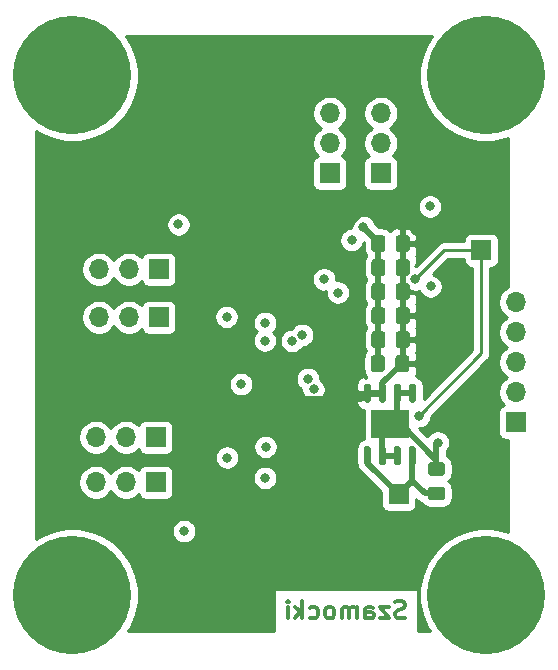
<source format=gbr>
%TF.GenerationSoftware,KiCad,Pcbnew,(5.1.12)-1*%
%TF.CreationDate,2022-06-02T00:13:14+02:00*%
%TF.ProjectId,strain gauge messurment,73747261-696e-4206-9761-756765206d65,rev?*%
%TF.SameCoordinates,Original*%
%TF.FileFunction,Copper,L4,Bot*%
%TF.FilePolarity,Positive*%
%FSLAX46Y46*%
G04 Gerber Fmt 4.6, Leading zero omitted, Abs format (unit mm)*
G04 Created by KiCad (PCBNEW (5.1.12)-1) date 2022-06-02 00:13:14*
%MOMM*%
%LPD*%
G01*
G04 APERTURE LIST*
%TA.AperFunction,NonConductor*%
%ADD10C,0.300000*%
%TD*%
%TA.AperFunction,ComponentPad*%
%ADD11O,1.700000X1.700000*%
%TD*%
%TA.AperFunction,ComponentPad*%
%ADD12R,1.700000X1.700000*%
%TD*%
%TA.AperFunction,ComponentPad*%
%ADD13C,0.900000*%
%TD*%
%TA.AperFunction,ComponentPad*%
%ADD14C,10.000000*%
%TD*%
%TA.AperFunction,SMDPad,CuDef*%
%ADD15R,3.200000X2.400000*%
%TD*%
%TA.AperFunction,ViaPad*%
%ADD16C,0.800000*%
%TD*%
%TA.AperFunction,Conductor*%
%ADD17C,0.500000*%
%TD*%
%TA.AperFunction,Conductor*%
%ADD18C,0.250000*%
%TD*%
%TA.AperFunction,Conductor*%
%ADD19C,0.254000*%
%TD*%
%TA.AperFunction,Conductor*%
%ADD20C,0.100000*%
%TD*%
G04 APERTURE END LIST*
D10*
X146830000Y-147347142D02*
X146615714Y-147418571D01*
X146258571Y-147418571D01*
X146115714Y-147347142D01*
X146044285Y-147275714D01*
X145972857Y-147132857D01*
X145972857Y-146990000D01*
X146044285Y-146847142D01*
X146115714Y-146775714D01*
X146258571Y-146704285D01*
X146544285Y-146632857D01*
X146687142Y-146561428D01*
X146758571Y-146490000D01*
X146830000Y-146347142D01*
X146830000Y-146204285D01*
X146758571Y-146061428D01*
X146687142Y-145990000D01*
X146544285Y-145918571D01*
X146187142Y-145918571D01*
X145972857Y-145990000D01*
X145472857Y-146418571D02*
X144687142Y-146418571D01*
X145472857Y-147418571D01*
X144687142Y-147418571D01*
X143472857Y-147418571D02*
X143472857Y-146632857D01*
X143544285Y-146490000D01*
X143687142Y-146418571D01*
X143972857Y-146418571D01*
X144115714Y-146490000D01*
X143472857Y-147347142D02*
X143615714Y-147418571D01*
X143972857Y-147418571D01*
X144115714Y-147347142D01*
X144187142Y-147204285D01*
X144187142Y-147061428D01*
X144115714Y-146918571D01*
X143972857Y-146847142D01*
X143615714Y-146847142D01*
X143472857Y-146775714D01*
X142758571Y-147418571D02*
X142758571Y-146418571D01*
X142758571Y-146561428D02*
X142687142Y-146490000D01*
X142544285Y-146418571D01*
X142330000Y-146418571D01*
X142187142Y-146490000D01*
X142115714Y-146632857D01*
X142115714Y-147418571D01*
X142115714Y-146632857D02*
X142044285Y-146490000D01*
X141901428Y-146418571D01*
X141687142Y-146418571D01*
X141544285Y-146490000D01*
X141472857Y-146632857D01*
X141472857Y-147418571D01*
X140544285Y-147418571D02*
X140687142Y-147347142D01*
X140758571Y-147275714D01*
X140830000Y-147132857D01*
X140830000Y-146704285D01*
X140758571Y-146561428D01*
X140687142Y-146490000D01*
X140544285Y-146418571D01*
X140330000Y-146418571D01*
X140187142Y-146490000D01*
X140115714Y-146561428D01*
X140044285Y-146704285D01*
X140044285Y-147132857D01*
X140115714Y-147275714D01*
X140187142Y-147347142D01*
X140330000Y-147418571D01*
X140544285Y-147418571D01*
X138758571Y-147347142D02*
X138901428Y-147418571D01*
X139187142Y-147418571D01*
X139330000Y-147347142D01*
X139401428Y-147275714D01*
X139472857Y-147132857D01*
X139472857Y-146704285D01*
X139401428Y-146561428D01*
X139330000Y-146490000D01*
X139187142Y-146418571D01*
X138901428Y-146418571D01*
X138758571Y-146490000D01*
X138115714Y-147418571D02*
X138115714Y-145918571D01*
X137972857Y-146847142D02*
X137544285Y-147418571D01*
X137544285Y-146418571D02*
X138115714Y-146990000D01*
X136901428Y-147418571D02*
X136901428Y-146418571D01*
X136901428Y-145918571D02*
X136972857Y-145990000D01*
X136901428Y-146061428D01*
X136830000Y-145990000D01*
X136901428Y-145918571D01*
X136901428Y-146061428D01*
D11*
%TO.P,J9,5*%
%TO.N,Net-(IC1-Pad21)*%
X156210000Y-120650000D03*
%TO.P,J9,4*%
%TO.N,Net-(IC1-Pad20)*%
X156210000Y-123190000D03*
%TO.P,J9,3*%
%TO.N,Net-(IC1-Pad19)*%
X156210000Y-125730000D03*
%TO.P,J9,2*%
%TO.N,Net-(IC1-Pad18)*%
X156210000Y-128270000D03*
D12*
%TO.P,J9,1*%
%TO.N,Net-(IC1-Pad17)*%
X156210000Y-130810000D03*
%TD*%
D13*
%TO.P,H4,1*%
%TO.N,GND*%
X156311650Y-142778350D03*
X153660000Y-141680000D03*
X151008350Y-142778350D03*
X149910000Y-145430000D03*
X151008350Y-148081650D03*
X153660000Y-149180000D03*
X156311650Y-148081650D03*
X157410000Y-145430000D03*
D14*
X153660000Y-145430000D03*
%TD*%
D13*
%TO.P,H3,1*%
%TO.N,GND*%
X156311650Y-98778350D03*
X153660000Y-97680000D03*
X151008350Y-98778350D03*
X149910000Y-101430000D03*
X151008350Y-104081650D03*
X153660000Y-105180000D03*
X156311650Y-104081650D03*
X157410000Y-101430000D03*
D14*
X153660000Y-101430000D03*
%TD*%
D13*
%TO.P,H2,1*%
%TO.N,GND*%
X121311650Y-142778350D03*
X118660000Y-141680000D03*
X116008350Y-142778350D03*
X114910000Y-145430000D03*
X116008350Y-148081650D03*
X118660000Y-149180000D03*
X121311650Y-148081650D03*
X122410000Y-145430000D03*
D14*
X118660000Y-145430000D03*
%TD*%
D13*
%TO.P,H1,1*%
%TO.N,GND*%
X121311650Y-98778350D03*
X118660000Y-97680000D03*
X116008350Y-98778350D03*
X114910000Y-101430000D03*
X116008350Y-104081650D03*
X118660000Y-105180000D03*
X121311650Y-104081650D03*
X122410000Y-101430000D03*
D14*
X118660000Y-101430000D03*
%TD*%
D11*
%TO.P,J6,3*%
%TO.N,GND*%
X120650000Y-135890000D03*
%TO.P,J6,2*%
%TO.N,Net-(J6-Pad2)*%
X123190000Y-135890000D03*
D12*
%TO.P,J6,1*%
%TO.N,-V5*%
X125730000Y-135890000D03*
%TD*%
D11*
%TO.P,J5,3*%
%TO.N,GND*%
X120650000Y-132080000D03*
%TO.P,J5,2*%
%TO.N,Net-(J5-Pad2)*%
X123190000Y-132080000D03*
D12*
%TO.P,J5,1*%
%TO.N,-V4*%
X125730000Y-132080000D03*
%TD*%
D11*
%TO.P,J4,3*%
%TO.N,GND*%
X120904000Y-121920000D03*
%TO.P,J4,2*%
%TO.N,Net-(J4-Pad2)*%
X123444000Y-121920000D03*
D12*
%TO.P,J4,1*%
%TO.N,-V3*%
X125984000Y-121920000D03*
%TD*%
D11*
%TO.P,J3,3*%
%TO.N,GND*%
X120904000Y-117856000D03*
%TO.P,J3,2*%
%TO.N,Net-(J3-Pad2)*%
X123444000Y-117856000D03*
D12*
%TO.P,J3,1*%
%TO.N,-V2*%
X125984000Y-117856000D03*
%TD*%
D11*
%TO.P,J2,3*%
%TO.N,GND*%
X140462000Y-104648000D03*
%TO.P,J2,2*%
%TO.N,Net-(J2-Pad2)*%
X140462000Y-107188000D03*
D12*
%TO.P,J2,1*%
%TO.N,-V1*%
X140462000Y-109728000D03*
%TD*%
D11*
%TO.P,J1,3*%
%TO.N,GND*%
X144780000Y-104648000D03*
%TO.P,J1,2*%
%TO.N,Net-(J1-Pad2)*%
X144780000Y-107188000D03*
D12*
%TO.P,J1,1*%
%TO.N,-V0*%
X144780000Y-109728000D03*
%TD*%
%TO.P,J8,1*%
%TO.N,12V*%
X146304000Y-136906000D03*
%TD*%
D15*
%TO.P,U1,9*%
%TO.N,GND*%
X145550000Y-130990000D03*
%TO.P,U1,8*%
%TO.N,12V*%
%TA.AperFunction,SMDPad,CuDef*%
G36*
G01*
X143495000Y-132840000D02*
X143795000Y-132840000D01*
G75*
G02*
X143945000Y-132990000I0J-150000D01*
G01*
X143945000Y-134290000D01*
G75*
G02*
X143795000Y-134440000I-150000J0D01*
G01*
X143495000Y-134440000D01*
G75*
G02*
X143345000Y-134290000I0J150000D01*
G01*
X143345000Y-132990000D01*
G75*
G02*
X143495000Y-132840000I150000J0D01*
G01*
G37*
%TD.AperFunction*%
%TO.P,U1,7*%
%TO.N,GND*%
%TA.AperFunction,SMDPad,CuDef*%
G36*
G01*
X144765000Y-132840000D02*
X145065000Y-132840000D01*
G75*
G02*
X145215000Y-132990000I0J-150000D01*
G01*
X145215000Y-134290000D01*
G75*
G02*
X145065000Y-134440000I-150000J0D01*
G01*
X144765000Y-134440000D01*
G75*
G02*
X144615000Y-134290000I0J150000D01*
G01*
X144615000Y-132990000D01*
G75*
G02*
X144765000Y-132840000I150000J0D01*
G01*
G37*
%TD.AperFunction*%
%TO.P,U1,6*%
%TA.AperFunction,SMDPad,CuDef*%
G36*
G01*
X146035000Y-132840000D02*
X146335000Y-132840000D01*
G75*
G02*
X146485000Y-132990000I0J-150000D01*
G01*
X146485000Y-134290000D01*
G75*
G02*
X146335000Y-134440000I-150000J0D01*
G01*
X146035000Y-134440000D01*
G75*
G02*
X145885000Y-134290000I0J150000D01*
G01*
X145885000Y-132990000D01*
G75*
G02*
X146035000Y-132840000I150000J0D01*
G01*
G37*
%TD.AperFunction*%
%TO.P,U1,5*%
%TO.N,12V*%
%TA.AperFunction,SMDPad,CuDef*%
G36*
G01*
X147305000Y-132840000D02*
X147605000Y-132840000D01*
G75*
G02*
X147755000Y-132990000I0J-150000D01*
G01*
X147755000Y-134290000D01*
G75*
G02*
X147605000Y-134440000I-150000J0D01*
G01*
X147305000Y-134440000D01*
G75*
G02*
X147155000Y-134290000I0J150000D01*
G01*
X147155000Y-132990000D01*
G75*
G02*
X147305000Y-132840000I150000J0D01*
G01*
G37*
%TD.AperFunction*%
%TO.P,U1,4*%
%TO.N,GND*%
%TA.AperFunction,SMDPad,CuDef*%
G36*
G01*
X147305000Y-127540000D02*
X147605000Y-127540000D01*
G75*
G02*
X147755000Y-127690000I0J-150000D01*
G01*
X147755000Y-128990000D01*
G75*
G02*
X147605000Y-129140000I-150000J0D01*
G01*
X147305000Y-129140000D01*
G75*
G02*
X147155000Y-128990000I0J150000D01*
G01*
X147155000Y-127690000D01*
G75*
G02*
X147305000Y-127540000I150000J0D01*
G01*
G37*
%TD.AperFunction*%
%TO.P,U1,3*%
%TA.AperFunction,SMDPad,CuDef*%
G36*
G01*
X146035000Y-127540000D02*
X146335000Y-127540000D01*
G75*
G02*
X146485000Y-127690000I0J-150000D01*
G01*
X146485000Y-128990000D01*
G75*
G02*
X146335000Y-129140000I-150000J0D01*
G01*
X146035000Y-129140000D01*
G75*
G02*
X145885000Y-128990000I0J150000D01*
G01*
X145885000Y-127690000D01*
G75*
G02*
X146035000Y-127540000I150000J0D01*
G01*
G37*
%TD.AperFunction*%
%TO.P,U1,2*%
%TO.N,10V*%
%TA.AperFunction,SMDPad,CuDef*%
G36*
G01*
X144765000Y-127540000D02*
X145065000Y-127540000D01*
G75*
G02*
X145215000Y-127690000I0J-150000D01*
G01*
X145215000Y-128990000D01*
G75*
G02*
X145065000Y-129140000I-150000J0D01*
G01*
X144765000Y-129140000D01*
G75*
G02*
X144615000Y-128990000I0J150000D01*
G01*
X144615000Y-127690000D01*
G75*
G02*
X144765000Y-127540000I150000J0D01*
G01*
G37*
%TD.AperFunction*%
%TO.P,U1,1*%
%TA.AperFunction,SMDPad,CuDef*%
G36*
G01*
X143495000Y-127540000D02*
X143795000Y-127540000D01*
G75*
G02*
X143945000Y-127690000I0J-150000D01*
G01*
X143945000Y-128990000D01*
G75*
G02*
X143795000Y-129140000I-150000J0D01*
G01*
X143495000Y-129140000D01*
G75*
G02*
X143345000Y-128990000I0J150000D01*
G01*
X143345000Y-127690000D01*
G75*
G02*
X143495000Y-127540000I150000J0D01*
G01*
G37*
%TD.AperFunction*%
%TD*%
D12*
%TO.P,J7,1*%
%TO.N,3.3V*%
X153290000Y-116230000D03*
%TD*%
%TO.P,C15,2*%
%TO.N,GND*%
%TA.AperFunction,SMDPad,CuDef*%
G36*
G01*
X145108500Y-125363000D02*
X145108500Y-126313000D01*
G75*
G02*
X144858500Y-126563000I-250000J0D01*
G01*
X144183500Y-126563000D01*
G75*
G02*
X143933500Y-126313000I0J250000D01*
G01*
X143933500Y-125363000D01*
G75*
G02*
X144183500Y-125113000I250000J0D01*
G01*
X144858500Y-125113000D01*
G75*
G02*
X145108500Y-125363000I0J-250000D01*
G01*
G37*
%TD.AperFunction*%
%TO.P,C15,1*%
%TO.N,10V*%
%TA.AperFunction,SMDPad,CuDef*%
G36*
G01*
X147183500Y-125363000D02*
X147183500Y-126313000D01*
G75*
G02*
X146933500Y-126563000I-250000J0D01*
G01*
X146258500Y-126563000D01*
G75*
G02*
X146008500Y-126313000I0J250000D01*
G01*
X146008500Y-125363000D01*
G75*
G02*
X146258500Y-125113000I250000J0D01*
G01*
X146933500Y-125113000D01*
G75*
G02*
X147183500Y-125363000I0J-250000D01*
G01*
G37*
%TD.AperFunction*%
%TD*%
%TO.P,C12,2*%
%TO.N,GND*%
%TA.AperFunction,SMDPad,CuDef*%
G36*
G01*
X145151500Y-119267000D02*
X145151500Y-120217000D01*
G75*
G02*
X144901500Y-120467000I-250000J0D01*
G01*
X144226500Y-120467000D01*
G75*
G02*
X143976500Y-120217000I0J250000D01*
G01*
X143976500Y-119267000D01*
G75*
G02*
X144226500Y-119017000I250000J0D01*
G01*
X144901500Y-119017000D01*
G75*
G02*
X145151500Y-119267000I0J-250000D01*
G01*
G37*
%TD.AperFunction*%
%TO.P,C12,1*%
%TO.N,10V*%
%TA.AperFunction,SMDPad,CuDef*%
G36*
G01*
X147226500Y-119267000D02*
X147226500Y-120217000D01*
G75*
G02*
X146976500Y-120467000I-250000J0D01*
G01*
X146301500Y-120467000D01*
G75*
G02*
X146051500Y-120217000I0J250000D01*
G01*
X146051500Y-119267000D01*
G75*
G02*
X146301500Y-119017000I250000J0D01*
G01*
X146976500Y-119017000D01*
G75*
G02*
X147226500Y-119267000I0J-250000D01*
G01*
G37*
%TD.AperFunction*%
%TD*%
%TO.P,C10,2*%
%TO.N,GND*%
%TA.AperFunction,SMDPad,CuDef*%
G36*
G01*
X145151500Y-123331000D02*
X145151500Y-124281000D01*
G75*
G02*
X144901500Y-124531000I-250000J0D01*
G01*
X144226500Y-124531000D01*
G75*
G02*
X143976500Y-124281000I0J250000D01*
G01*
X143976500Y-123331000D01*
G75*
G02*
X144226500Y-123081000I250000J0D01*
G01*
X144901500Y-123081000D01*
G75*
G02*
X145151500Y-123331000I0J-250000D01*
G01*
G37*
%TD.AperFunction*%
%TO.P,C10,1*%
%TO.N,10V*%
%TA.AperFunction,SMDPad,CuDef*%
G36*
G01*
X147226500Y-123331000D02*
X147226500Y-124281000D01*
G75*
G02*
X146976500Y-124531000I-250000J0D01*
G01*
X146301500Y-124531000D01*
G75*
G02*
X146051500Y-124281000I0J250000D01*
G01*
X146051500Y-123331000D01*
G75*
G02*
X146301500Y-123081000I250000J0D01*
G01*
X146976500Y-123081000D01*
G75*
G02*
X147226500Y-123331000I0J-250000D01*
G01*
G37*
%TD.AperFunction*%
%TD*%
%TO.P,C8,2*%
%TO.N,GND*%
%TA.AperFunction,SMDPad,CuDef*%
G36*
G01*
X145151500Y-121299000D02*
X145151500Y-122249000D01*
G75*
G02*
X144901500Y-122499000I-250000J0D01*
G01*
X144226500Y-122499000D01*
G75*
G02*
X143976500Y-122249000I0J250000D01*
G01*
X143976500Y-121299000D01*
G75*
G02*
X144226500Y-121049000I250000J0D01*
G01*
X144901500Y-121049000D01*
G75*
G02*
X145151500Y-121299000I0J-250000D01*
G01*
G37*
%TD.AperFunction*%
%TO.P,C8,1*%
%TO.N,10V*%
%TA.AperFunction,SMDPad,CuDef*%
G36*
G01*
X147226500Y-121299000D02*
X147226500Y-122249000D01*
G75*
G02*
X146976500Y-122499000I-250000J0D01*
G01*
X146301500Y-122499000D01*
G75*
G02*
X146051500Y-122249000I0J250000D01*
G01*
X146051500Y-121299000D01*
G75*
G02*
X146301500Y-121049000I250000J0D01*
G01*
X146976500Y-121049000D01*
G75*
G02*
X147226500Y-121299000I0J-250000D01*
G01*
G37*
%TD.AperFunction*%
%TD*%
%TO.P,C7,2*%
%TO.N,GND*%
%TA.AperFunction,SMDPad,CuDef*%
G36*
G01*
X145151500Y-117235275D02*
X145151500Y-118184725D01*
G75*
G02*
X144901225Y-118435000I-250275J0D01*
G01*
X144226775Y-118435000D01*
G75*
G02*
X143976500Y-118184725I0J250275D01*
G01*
X143976500Y-117235275D01*
G75*
G02*
X144226775Y-116985000I250275J0D01*
G01*
X144901225Y-116985000D01*
G75*
G02*
X145151500Y-117235275I0J-250275D01*
G01*
G37*
%TD.AperFunction*%
%TO.P,C7,1*%
%TO.N,10V*%
%TA.AperFunction,SMDPad,CuDef*%
G36*
G01*
X147226500Y-117235000D02*
X147226500Y-118185000D01*
G75*
G02*
X146976500Y-118435000I-250000J0D01*
G01*
X146301500Y-118435000D01*
G75*
G02*
X146051500Y-118185000I0J250000D01*
G01*
X146051500Y-117235000D01*
G75*
G02*
X146301500Y-116985000I250000J0D01*
G01*
X146976500Y-116985000D01*
G75*
G02*
X147226500Y-117235000I0J-250000D01*
G01*
G37*
%TD.AperFunction*%
%TD*%
%TO.P,C2,2*%
%TO.N,GND*%
%TA.AperFunction,SMDPad,CuDef*%
G36*
G01*
X145151500Y-115203000D02*
X145151500Y-116153000D01*
G75*
G02*
X144901500Y-116403000I-250000J0D01*
G01*
X144226500Y-116403000D01*
G75*
G02*
X143976500Y-116153000I0J250000D01*
G01*
X143976500Y-115203000D01*
G75*
G02*
X144226500Y-114953000I250000J0D01*
G01*
X144901500Y-114953000D01*
G75*
G02*
X145151500Y-115203000I0J-250000D01*
G01*
G37*
%TD.AperFunction*%
%TO.P,C2,1*%
%TO.N,10V*%
%TA.AperFunction,SMDPad,CuDef*%
G36*
G01*
X147226500Y-115203000D02*
X147226500Y-116153000D01*
G75*
G02*
X146976500Y-116403000I-250000J0D01*
G01*
X146301500Y-116403000D01*
G75*
G02*
X146051500Y-116153000I0J250000D01*
G01*
X146051500Y-115203000D01*
G75*
G02*
X146301500Y-114953000I250000J0D01*
G01*
X146976500Y-114953000D01*
G75*
G02*
X147226500Y-115203000I0J-250000D01*
G01*
G37*
%TD.AperFunction*%
%TD*%
%TO.P,C1,2*%
%TO.N,GND*%
%TA.AperFunction,SMDPad,CuDef*%
G36*
G01*
X149964725Y-135347500D02*
X149015275Y-135347500D01*
G75*
G02*
X148765000Y-135097225I0J250275D01*
G01*
X148765000Y-134422775D01*
G75*
G02*
X149015275Y-134172500I250275J0D01*
G01*
X149964725Y-134172500D01*
G75*
G02*
X150215000Y-134422775I0J-250275D01*
G01*
X150215000Y-135097225D01*
G75*
G02*
X149964725Y-135347500I-250275J0D01*
G01*
G37*
%TD.AperFunction*%
%TO.P,C1,1*%
%TO.N,12V*%
%TA.AperFunction,SMDPad,CuDef*%
G36*
G01*
X149965000Y-137422500D02*
X149015000Y-137422500D01*
G75*
G02*
X148765000Y-137172500I0J250000D01*
G01*
X148765000Y-136497500D01*
G75*
G02*
X149015000Y-136247500I250000J0D01*
G01*
X149965000Y-136247500D01*
G75*
G02*
X150215000Y-136497500I0J-250000D01*
G01*
X150215000Y-137172500D01*
G75*
G02*
X149965000Y-137422500I-250000J0D01*
G01*
G37*
%TD.AperFunction*%
%TD*%
D16*
%TO.N,GND*%
X143293000Y-114260000D03*
X148940000Y-112530000D03*
X149600000Y-132530000D03*
X128130000Y-140020000D03*
X132960000Y-127580000D03*
X127640000Y-114060000D03*
X149000000Y-119300000D03*
%TO.N,10V*%
X147330000Y-111720000D03*
X142170000Y-114000000D03*
X137270000Y-111750000D03*
X131860000Y-112590000D03*
X125500000Y-113190000D03*
X127000000Y-126890000D03*
X127000000Y-138650000D03*
X130500000Y-140120000D03*
X148700000Y-114750000D03*
%TO.N,+V3*%
X134950000Y-123890000D03*
X137265553Y-123913335D03*
%TO.N,-V3*%
X131720000Y-121880000D03*
X134990000Y-122390000D03*
X138125292Y-123402597D03*
%TO.N,+V5*%
X134980000Y-135510000D03*
X139088491Y-128019635D03*
%TO.N,-V5*%
X131760000Y-133790000D03*
X135020000Y-132890000D03*
X138610998Y-127140998D03*
%TO.N,+V1*%
X139970000Y-118700000D03*
X141140000Y-119820000D03*
%TO.N,3.3V*%
X147680000Y-118710000D03*
X147990000Y-130280000D03*
%TO.N,-V1*%
X142310000Y-115380000D03*
%TD*%
D17*
%TO.N,GND*%
X144564000Y-115678000D02*
X144564000Y-117710000D01*
X144564000Y-117710000D02*
X144564000Y-119742000D01*
X144564000Y-119742000D02*
X144564000Y-121774000D01*
X144564000Y-121774000D02*
X144564000Y-123806000D01*
X144564000Y-125795000D02*
X144521000Y-125838000D01*
X144564000Y-123806000D02*
X144564000Y-125795000D01*
X144915000Y-133640000D02*
X146185000Y-133640000D01*
X144915000Y-131625000D02*
X145550000Y-130990000D01*
X144915000Y-133640000D02*
X144915000Y-131625000D01*
X145550000Y-130990000D02*
X146453544Y-130990000D01*
X146185000Y-130355000D02*
X145550000Y-130990000D01*
X146185000Y-128340000D02*
X146185000Y-130355000D01*
X149490000Y-134026456D02*
X149490000Y-134760000D01*
X146453544Y-130990000D02*
X149490000Y-134026456D01*
X146185000Y-128340000D02*
X147455000Y-128340000D01*
X149490000Y-134760000D02*
X149490000Y-135032534D01*
X144564000Y-115531000D02*
X143293000Y-114260000D01*
X144564000Y-115678000D02*
X144564000Y-115531000D01*
X149490000Y-132640000D02*
X149600000Y-132530000D01*
X149490000Y-134026456D02*
X149490000Y-132640000D01*
%TO.N,12V*%
X147455000Y-135755000D02*
X146304000Y-136906000D01*
X147455000Y-133640000D02*
X147455000Y-135755000D01*
X148535000Y-136835000D02*
X147455000Y-135755000D01*
X149490000Y-136835000D02*
X148535000Y-136835000D01*
X143645000Y-134247000D02*
X146304000Y-136906000D01*
X143645000Y-133640000D02*
X143645000Y-134247000D01*
%TO.N,10V*%
X146639000Y-119742000D02*
X146639000Y-121774000D01*
X146639000Y-121774000D02*
X146639000Y-123806000D01*
X146639000Y-125795000D02*
X146596000Y-125838000D01*
X146639000Y-123806000D02*
X146639000Y-125795000D01*
X144915000Y-127519000D02*
X146596000Y-125838000D01*
X144915000Y-128340000D02*
X144915000Y-127519000D01*
X146639000Y-117710000D02*
X146639000Y-119742000D01*
X146639000Y-117710000D02*
X146639000Y-115678000D01*
X146639000Y-112411000D02*
X147330000Y-111720000D01*
X143759000Y-112411000D02*
X142170000Y-114000000D01*
X137931000Y-112411000D02*
X137270000Y-111750000D01*
X143759000Y-112411000D02*
X137931000Y-112411000D01*
X132700000Y-111750000D02*
X131860000Y-112590000D01*
X137270000Y-111750000D02*
X132700000Y-111750000D01*
X126100000Y-112590000D02*
X125500000Y-113190000D01*
X131860000Y-112590000D02*
X126100000Y-112590000D01*
X143645000Y-128340000D02*
X144915000Y-128340000D01*
X128979636Y-128869636D02*
X127000000Y-126890000D01*
X143645000Y-128340000D02*
X143115364Y-128869636D01*
X128979636Y-136670364D02*
X127000000Y-138650000D01*
X128979636Y-138599636D02*
X130500000Y-140120000D01*
X128979636Y-136670364D02*
X128979636Y-138599636D01*
X146639000Y-113701000D02*
X145349000Y-112411000D01*
X146639000Y-114019000D02*
X146639000Y-113701000D01*
X145349000Y-112411000D02*
X143759000Y-112411000D01*
X146639000Y-115678000D02*
X146639000Y-114019000D01*
X128979636Y-130340364D02*
X128979636Y-136670364D01*
X130450364Y-128869636D02*
X128979636Y-130340364D01*
X130480364Y-128869636D02*
X130450364Y-128869636D01*
X143115364Y-128869636D02*
X130480364Y-128869636D01*
X130480364Y-128869636D02*
X128979636Y-128869636D01*
X147778000Y-114750000D02*
X146639000Y-113611000D01*
X148700000Y-114750000D02*
X147778000Y-114750000D01*
X146639000Y-113611000D02*
X146639000Y-112411000D01*
X146639000Y-114019000D02*
X146639000Y-113611000D01*
D18*
%TO.N,3.3V*%
X150160000Y-116230000D02*
X147680000Y-118710000D01*
X153290000Y-116230000D02*
X150160000Y-116230000D01*
X153290000Y-124980000D02*
X153290000Y-116230000D01*
X147990000Y-130280000D02*
X153290000Y-124980000D01*
%TD*%
D19*
%TO.N,10V*%
X148666328Y-98760827D02*
X148241550Y-99786331D01*
X148025000Y-100875001D01*
X148025000Y-101984999D01*
X148241550Y-103073669D01*
X148666328Y-104099173D01*
X149283010Y-105022103D01*
X150067897Y-105806990D01*
X150990827Y-106423672D01*
X152016331Y-106848450D01*
X153105001Y-107065000D01*
X154214999Y-107065000D01*
X155303669Y-106848450D01*
X155511500Y-106762364D01*
X155511500Y-119331976D01*
X155506589Y-119334010D01*
X155263368Y-119496525D01*
X155056525Y-119703368D01*
X154894010Y-119946589D01*
X154782068Y-120216842D01*
X154725000Y-120503740D01*
X154725000Y-120796260D01*
X154782068Y-121083158D01*
X154894010Y-121353411D01*
X155056525Y-121596632D01*
X155263368Y-121803475D01*
X155437760Y-121920000D01*
X155263368Y-122036525D01*
X155056525Y-122243368D01*
X154894010Y-122486589D01*
X154782068Y-122756842D01*
X154725000Y-123043740D01*
X154725000Y-123336260D01*
X154782068Y-123623158D01*
X154894010Y-123893411D01*
X155056525Y-124136632D01*
X155263368Y-124343475D01*
X155437760Y-124460000D01*
X155263368Y-124576525D01*
X155056525Y-124783368D01*
X154894010Y-125026589D01*
X154782068Y-125296842D01*
X154725000Y-125583740D01*
X154725000Y-125876260D01*
X154782068Y-126163158D01*
X154894010Y-126433411D01*
X155056525Y-126676632D01*
X155263368Y-126883475D01*
X155437760Y-127000000D01*
X155263368Y-127116525D01*
X155056525Y-127323368D01*
X154894010Y-127566589D01*
X154782068Y-127836842D01*
X154725000Y-128123740D01*
X154725000Y-128416260D01*
X154782068Y-128703158D01*
X154894010Y-128973411D01*
X155056525Y-129216632D01*
X155188380Y-129348487D01*
X155115820Y-129370498D01*
X155005506Y-129429463D01*
X154908815Y-129508815D01*
X154829463Y-129605506D01*
X154770498Y-129715820D01*
X154734188Y-129835518D01*
X154721928Y-129960000D01*
X154721928Y-131660000D01*
X154734188Y-131784482D01*
X154770498Y-131904180D01*
X154829463Y-132014494D01*
X154908815Y-132111185D01*
X155005506Y-132190537D01*
X155115820Y-132249502D01*
X155235518Y-132285812D01*
X155360000Y-132298072D01*
X155511500Y-132298072D01*
X155511500Y-140097636D01*
X155303669Y-140011550D01*
X154214999Y-139795000D01*
X153105001Y-139795000D01*
X152016331Y-140011550D01*
X150990827Y-140436328D01*
X150067897Y-141053010D01*
X149283010Y-141837897D01*
X148666328Y-142760827D01*
X148241550Y-143786331D01*
X148025000Y-144875001D01*
X148025000Y-145984999D01*
X148241550Y-147073669D01*
X148666328Y-148099173D01*
X148909429Y-148463000D01*
X147900715Y-148463000D01*
X147900715Y-144950000D01*
X135759286Y-144950000D01*
X135759286Y-148463000D01*
X123410571Y-148463000D01*
X123653672Y-148099173D01*
X124078450Y-147073669D01*
X124295000Y-145984999D01*
X124295000Y-144875001D01*
X124078450Y-143786331D01*
X123653672Y-142760827D01*
X123036990Y-141837897D01*
X122252103Y-141053010D01*
X121329173Y-140436328D01*
X120303669Y-140011550D01*
X119833669Y-139918061D01*
X127095000Y-139918061D01*
X127095000Y-140121939D01*
X127134774Y-140321898D01*
X127212795Y-140510256D01*
X127326063Y-140679774D01*
X127470226Y-140823937D01*
X127639744Y-140937205D01*
X127828102Y-141015226D01*
X128028061Y-141055000D01*
X128231939Y-141055000D01*
X128431898Y-141015226D01*
X128620256Y-140937205D01*
X128789774Y-140823937D01*
X128933937Y-140679774D01*
X129047205Y-140510256D01*
X129125226Y-140321898D01*
X129165000Y-140121939D01*
X129165000Y-139918061D01*
X129125226Y-139718102D01*
X129047205Y-139529744D01*
X128933937Y-139360226D01*
X128789774Y-139216063D01*
X128620256Y-139102795D01*
X128431898Y-139024774D01*
X128231939Y-138985000D01*
X128028061Y-138985000D01*
X127828102Y-139024774D01*
X127639744Y-139102795D01*
X127470226Y-139216063D01*
X127326063Y-139360226D01*
X127212795Y-139529744D01*
X127134774Y-139718102D01*
X127095000Y-139918061D01*
X119833669Y-139918061D01*
X119214999Y-139795000D01*
X118105001Y-139795000D01*
X117016331Y-140011550D01*
X115990827Y-140436328D01*
X115623578Y-140681716D01*
X115617383Y-135743740D01*
X119165000Y-135743740D01*
X119165000Y-136036260D01*
X119222068Y-136323158D01*
X119334010Y-136593411D01*
X119496525Y-136836632D01*
X119703368Y-137043475D01*
X119946589Y-137205990D01*
X120216842Y-137317932D01*
X120503740Y-137375000D01*
X120796260Y-137375000D01*
X121083158Y-137317932D01*
X121353411Y-137205990D01*
X121596632Y-137043475D01*
X121803475Y-136836632D01*
X121920000Y-136662240D01*
X122036525Y-136836632D01*
X122243368Y-137043475D01*
X122486589Y-137205990D01*
X122756842Y-137317932D01*
X123043740Y-137375000D01*
X123336260Y-137375000D01*
X123623158Y-137317932D01*
X123893411Y-137205990D01*
X124136632Y-137043475D01*
X124268487Y-136911620D01*
X124290498Y-136984180D01*
X124349463Y-137094494D01*
X124428815Y-137191185D01*
X124525506Y-137270537D01*
X124635820Y-137329502D01*
X124755518Y-137365812D01*
X124880000Y-137378072D01*
X126580000Y-137378072D01*
X126704482Y-137365812D01*
X126824180Y-137329502D01*
X126934494Y-137270537D01*
X127031185Y-137191185D01*
X127110537Y-137094494D01*
X127169502Y-136984180D01*
X127205812Y-136864482D01*
X127218072Y-136740000D01*
X127218072Y-135408061D01*
X133945000Y-135408061D01*
X133945000Y-135611939D01*
X133984774Y-135811898D01*
X134062795Y-136000256D01*
X134176063Y-136169774D01*
X134320226Y-136313937D01*
X134489744Y-136427205D01*
X134678102Y-136505226D01*
X134878061Y-136545000D01*
X135081939Y-136545000D01*
X135281898Y-136505226D01*
X135470256Y-136427205D01*
X135639774Y-136313937D01*
X135783937Y-136169774D01*
X135897205Y-136000256D01*
X135975226Y-135811898D01*
X136015000Y-135611939D01*
X136015000Y-135408061D01*
X135975226Y-135208102D01*
X135897205Y-135019744D01*
X135783937Y-134850226D01*
X135639774Y-134706063D01*
X135470256Y-134592795D01*
X135281898Y-134514774D01*
X135081939Y-134475000D01*
X134878061Y-134475000D01*
X134678102Y-134514774D01*
X134489744Y-134592795D01*
X134320226Y-134706063D01*
X134176063Y-134850226D01*
X134062795Y-135019744D01*
X133984774Y-135208102D01*
X133945000Y-135408061D01*
X127218072Y-135408061D01*
X127218072Y-135040000D01*
X127205812Y-134915518D01*
X127169502Y-134795820D01*
X127110537Y-134685506D01*
X127031185Y-134588815D01*
X126934494Y-134509463D01*
X126824180Y-134450498D01*
X126704482Y-134414188D01*
X126580000Y-134401928D01*
X124880000Y-134401928D01*
X124755518Y-134414188D01*
X124635820Y-134450498D01*
X124525506Y-134509463D01*
X124428815Y-134588815D01*
X124349463Y-134685506D01*
X124290498Y-134795820D01*
X124268487Y-134868380D01*
X124136632Y-134736525D01*
X123893411Y-134574010D01*
X123623158Y-134462068D01*
X123336260Y-134405000D01*
X123043740Y-134405000D01*
X122756842Y-134462068D01*
X122486589Y-134574010D01*
X122243368Y-134736525D01*
X122036525Y-134943368D01*
X121920000Y-135117760D01*
X121803475Y-134943368D01*
X121596632Y-134736525D01*
X121353411Y-134574010D01*
X121083158Y-134462068D01*
X120796260Y-134405000D01*
X120503740Y-134405000D01*
X120216842Y-134462068D01*
X119946589Y-134574010D01*
X119703368Y-134736525D01*
X119496525Y-134943368D01*
X119334010Y-135186589D01*
X119222068Y-135456842D01*
X119165000Y-135743740D01*
X115617383Y-135743740D01*
X115614804Y-133688061D01*
X130725000Y-133688061D01*
X130725000Y-133891939D01*
X130764774Y-134091898D01*
X130842795Y-134280256D01*
X130956063Y-134449774D01*
X131100226Y-134593937D01*
X131269744Y-134707205D01*
X131458102Y-134785226D01*
X131658061Y-134825000D01*
X131861939Y-134825000D01*
X132061898Y-134785226D01*
X132250256Y-134707205D01*
X132419774Y-134593937D01*
X132563937Y-134449774D01*
X132677205Y-134280256D01*
X132755226Y-134091898D01*
X132795000Y-133891939D01*
X132795000Y-133688061D01*
X132755226Y-133488102D01*
X132677205Y-133299744D01*
X132563937Y-133130226D01*
X132419774Y-132986063D01*
X132250256Y-132872795D01*
X132061898Y-132794774D01*
X132028150Y-132788061D01*
X133985000Y-132788061D01*
X133985000Y-132991939D01*
X134024774Y-133191898D01*
X134102795Y-133380256D01*
X134216063Y-133549774D01*
X134360226Y-133693937D01*
X134529744Y-133807205D01*
X134718102Y-133885226D01*
X134918061Y-133925000D01*
X135121939Y-133925000D01*
X135321898Y-133885226D01*
X135510256Y-133807205D01*
X135679774Y-133693937D01*
X135823937Y-133549774D01*
X135937205Y-133380256D01*
X136015226Y-133191898D01*
X136055000Y-132991939D01*
X136055000Y-132788061D01*
X136015226Y-132588102D01*
X135937205Y-132399744D01*
X135823937Y-132230226D01*
X135679774Y-132086063D01*
X135510256Y-131972795D01*
X135321898Y-131894774D01*
X135121939Y-131855000D01*
X134918061Y-131855000D01*
X134718102Y-131894774D01*
X134529744Y-131972795D01*
X134360226Y-132086063D01*
X134216063Y-132230226D01*
X134102795Y-132399744D01*
X134024774Y-132588102D01*
X133985000Y-132788061D01*
X132028150Y-132788061D01*
X131861939Y-132755000D01*
X131658061Y-132755000D01*
X131458102Y-132794774D01*
X131269744Y-132872795D01*
X131100226Y-132986063D01*
X130956063Y-133130226D01*
X130842795Y-133299744D01*
X130764774Y-133488102D01*
X130725000Y-133688061D01*
X115614804Y-133688061D01*
X115612603Y-131933740D01*
X119165000Y-131933740D01*
X119165000Y-132226260D01*
X119222068Y-132513158D01*
X119334010Y-132783411D01*
X119496525Y-133026632D01*
X119703368Y-133233475D01*
X119946589Y-133395990D01*
X120216842Y-133507932D01*
X120503740Y-133565000D01*
X120796260Y-133565000D01*
X121083158Y-133507932D01*
X121353411Y-133395990D01*
X121596632Y-133233475D01*
X121803475Y-133026632D01*
X121920000Y-132852240D01*
X122036525Y-133026632D01*
X122243368Y-133233475D01*
X122486589Y-133395990D01*
X122756842Y-133507932D01*
X123043740Y-133565000D01*
X123336260Y-133565000D01*
X123623158Y-133507932D01*
X123893411Y-133395990D01*
X124136632Y-133233475D01*
X124268487Y-133101620D01*
X124290498Y-133174180D01*
X124349463Y-133284494D01*
X124428815Y-133381185D01*
X124525506Y-133460537D01*
X124635820Y-133519502D01*
X124755518Y-133555812D01*
X124880000Y-133568072D01*
X126580000Y-133568072D01*
X126704482Y-133555812D01*
X126824180Y-133519502D01*
X126934494Y-133460537D01*
X127031185Y-133381185D01*
X127110537Y-133284494D01*
X127169502Y-133174180D01*
X127205812Y-133054482D01*
X127218072Y-132930000D01*
X127218072Y-131230000D01*
X127205812Y-131105518D01*
X127169502Y-130985820D01*
X127110537Y-130875506D01*
X127031185Y-130778815D01*
X126934494Y-130699463D01*
X126824180Y-130640498D01*
X126704482Y-130604188D01*
X126580000Y-130591928D01*
X124880000Y-130591928D01*
X124755518Y-130604188D01*
X124635820Y-130640498D01*
X124525506Y-130699463D01*
X124428815Y-130778815D01*
X124349463Y-130875506D01*
X124290498Y-130985820D01*
X124268487Y-131058380D01*
X124136632Y-130926525D01*
X123893411Y-130764010D01*
X123623158Y-130652068D01*
X123336260Y-130595000D01*
X123043740Y-130595000D01*
X122756842Y-130652068D01*
X122486589Y-130764010D01*
X122243368Y-130926525D01*
X122036525Y-131133368D01*
X121920000Y-131307760D01*
X121803475Y-131133368D01*
X121596632Y-130926525D01*
X121353411Y-130764010D01*
X121083158Y-130652068D01*
X120796260Y-130595000D01*
X120503740Y-130595000D01*
X120216842Y-130652068D01*
X119946589Y-130764010D01*
X119703368Y-130926525D01*
X119496525Y-131133368D01*
X119334010Y-131376589D01*
X119222068Y-131646842D01*
X119165000Y-131933740D01*
X115612603Y-131933740D01*
X115607013Y-127478061D01*
X131925000Y-127478061D01*
X131925000Y-127681939D01*
X131964774Y-127881898D01*
X132042795Y-128070256D01*
X132156063Y-128239774D01*
X132300226Y-128383937D01*
X132469744Y-128497205D01*
X132658102Y-128575226D01*
X132858061Y-128615000D01*
X133061939Y-128615000D01*
X133261898Y-128575226D01*
X133450256Y-128497205D01*
X133619774Y-128383937D01*
X133763937Y-128239774D01*
X133877205Y-128070256D01*
X133955226Y-127881898D01*
X133995000Y-127681939D01*
X133995000Y-127478061D01*
X133955226Y-127278102D01*
X133877205Y-127089744D01*
X133843339Y-127039059D01*
X137575998Y-127039059D01*
X137575998Y-127242937D01*
X137615772Y-127442896D01*
X137693793Y-127631254D01*
X137807061Y-127800772D01*
X137951224Y-127944935D01*
X138053491Y-128013267D01*
X138053491Y-128121574D01*
X138093265Y-128321533D01*
X138171286Y-128509891D01*
X138284554Y-128679409D01*
X138428717Y-128823572D01*
X138598235Y-128936840D01*
X138786593Y-129014861D01*
X138986552Y-129054635D01*
X139190430Y-129054635D01*
X139390389Y-129014861D01*
X139578747Y-128936840D01*
X139748265Y-128823572D01*
X139892428Y-128679409D01*
X140005696Y-128509891D01*
X140083717Y-128321533D01*
X140123491Y-128121574D01*
X140123491Y-127917696D01*
X140083717Y-127717737D01*
X140005696Y-127529379D01*
X139892428Y-127359861D01*
X139748265Y-127215698D01*
X139645998Y-127147366D01*
X139645998Y-127039059D01*
X139606224Y-126839100D01*
X139528203Y-126650742D01*
X139414935Y-126481224D01*
X139270772Y-126337061D01*
X139101254Y-126223793D01*
X138912896Y-126145772D01*
X138712937Y-126105998D01*
X138509059Y-126105998D01*
X138309100Y-126145772D01*
X138120742Y-126223793D01*
X137951224Y-126337061D01*
X137807061Y-126481224D01*
X137693793Y-126650742D01*
X137615772Y-126839100D01*
X137575998Y-127039059D01*
X133843339Y-127039059D01*
X133763937Y-126920226D01*
X133619774Y-126776063D01*
X133450256Y-126662795D01*
X133261898Y-126584774D01*
X133061939Y-126545000D01*
X132858061Y-126545000D01*
X132658102Y-126584774D01*
X132469744Y-126662795D01*
X132300226Y-126776063D01*
X132156063Y-126920226D01*
X132042795Y-127089744D01*
X131964774Y-127278102D01*
X131925000Y-127478061D01*
X115607013Y-127478061D01*
X115602383Y-123788061D01*
X133915000Y-123788061D01*
X133915000Y-123991939D01*
X133954774Y-124191898D01*
X134032795Y-124380256D01*
X134146063Y-124549774D01*
X134290226Y-124693937D01*
X134459744Y-124807205D01*
X134648102Y-124885226D01*
X134848061Y-124925000D01*
X135051939Y-124925000D01*
X135251898Y-124885226D01*
X135440256Y-124807205D01*
X135609774Y-124693937D01*
X135753937Y-124549774D01*
X135867205Y-124380256D01*
X135945226Y-124191898D01*
X135985000Y-123991939D01*
X135985000Y-123811396D01*
X136230553Y-123811396D01*
X136230553Y-124015274D01*
X136270327Y-124215233D01*
X136348348Y-124403591D01*
X136461616Y-124573109D01*
X136605779Y-124717272D01*
X136775297Y-124830540D01*
X136963655Y-124908561D01*
X137163614Y-124948335D01*
X137367492Y-124948335D01*
X137567451Y-124908561D01*
X137755809Y-124830540D01*
X137925327Y-124717272D01*
X138069490Y-124573109D01*
X138160036Y-124437597D01*
X138227231Y-124437597D01*
X138427190Y-124397823D01*
X138615548Y-124319802D01*
X138785066Y-124206534D01*
X138929229Y-124062371D01*
X139042497Y-123892853D01*
X139120518Y-123704495D01*
X139160292Y-123504536D01*
X139160292Y-123300658D01*
X139120518Y-123100699D01*
X139042497Y-122912341D01*
X138929229Y-122742823D01*
X138785066Y-122598660D01*
X138615548Y-122485392D01*
X138427190Y-122407371D01*
X138227231Y-122367597D01*
X138023353Y-122367597D01*
X137823394Y-122407371D01*
X137635036Y-122485392D01*
X137465518Y-122598660D01*
X137321355Y-122742823D01*
X137230809Y-122878335D01*
X137163614Y-122878335D01*
X136963655Y-122918109D01*
X136775297Y-122996130D01*
X136605779Y-123109398D01*
X136461616Y-123253561D01*
X136348348Y-123423079D01*
X136270327Y-123611437D01*
X136230553Y-123811396D01*
X135985000Y-123811396D01*
X135985000Y-123788061D01*
X135945226Y-123588102D01*
X135867205Y-123399744D01*
X135753937Y-123230226D01*
X135683711Y-123160000D01*
X135793937Y-123049774D01*
X135907205Y-122880256D01*
X135985226Y-122691898D01*
X136025000Y-122491939D01*
X136025000Y-122288061D01*
X135985226Y-122088102D01*
X135907205Y-121899744D01*
X135793937Y-121730226D01*
X135649774Y-121586063D01*
X135480256Y-121472795D01*
X135291898Y-121394774D01*
X135091939Y-121355000D01*
X134888061Y-121355000D01*
X134688102Y-121394774D01*
X134499744Y-121472795D01*
X134330226Y-121586063D01*
X134186063Y-121730226D01*
X134072795Y-121899744D01*
X133994774Y-122088102D01*
X133955000Y-122288061D01*
X133955000Y-122491939D01*
X133994774Y-122691898D01*
X134072795Y-122880256D01*
X134186063Y-123049774D01*
X134256289Y-123120000D01*
X134146063Y-123230226D01*
X134032795Y-123399744D01*
X133954774Y-123588102D01*
X133915000Y-123788061D01*
X115602383Y-123788061D01*
X115599855Y-121773740D01*
X119419000Y-121773740D01*
X119419000Y-122066260D01*
X119476068Y-122353158D01*
X119588010Y-122623411D01*
X119750525Y-122866632D01*
X119957368Y-123073475D01*
X120200589Y-123235990D01*
X120470842Y-123347932D01*
X120757740Y-123405000D01*
X121050260Y-123405000D01*
X121337158Y-123347932D01*
X121607411Y-123235990D01*
X121850632Y-123073475D01*
X122057475Y-122866632D01*
X122174000Y-122692240D01*
X122290525Y-122866632D01*
X122497368Y-123073475D01*
X122740589Y-123235990D01*
X123010842Y-123347932D01*
X123297740Y-123405000D01*
X123590260Y-123405000D01*
X123877158Y-123347932D01*
X124147411Y-123235990D01*
X124390632Y-123073475D01*
X124522487Y-122941620D01*
X124544498Y-123014180D01*
X124603463Y-123124494D01*
X124682815Y-123221185D01*
X124779506Y-123300537D01*
X124889820Y-123359502D01*
X125009518Y-123395812D01*
X125134000Y-123408072D01*
X126834000Y-123408072D01*
X126958482Y-123395812D01*
X127078180Y-123359502D01*
X127188494Y-123300537D01*
X127285185Y-123221185D01*
X127364537Y-123124494D01*
X127423502Y-123014180D01*
X127459812Y-122894482D01*
X127472072Y-122770000D01*
X127472072Y-121778061D01*
X130685000Y-121778061D01*
X130685000Y-121981939D01*
X130724774Y-122181898D01*
X130802795Y-122370256D01*
X130916063Y-122539774D01*
X131060226Y-122683937D01*
X131229744Y-122797205D01*
X131418102Y-122875226D01*
X131618061Y-122915000D01*
X131821939Y-122915000D01*
X132021898Y-122875226D01*
X132210256Y-122797205D01*
X132379774Y-122683937D01*
X132523937Y-122539774D01*
X132637205Y-122370256D01*
X132715226Y-122181898D01*
X132755000Y-121981939D01*
X132755000Y-121778061D01*
X132715226Y-121578102D01*
X132637205Y-121389744D01*
X132523937Y-121220226D01*
X132379774Y-121076063D01*
X132210256Y-120962795D01*
X132021898Y-120884774D01*
X131821939Y-120845000D01*
X131618061Y-120845000D01*
X131418102Y-120884774D01*
X131229744Y-120962795D01*
X131060226Y-121076063D01*
X130916063Y-121220226D01*
X130802795Y-121389744D01*
X130724774Y-121578102D01*
X130685000Y-121778061D01*
X127472072Y-121778061D01*
X127472072Y-121070000D01*
X127459812Y-120945518D01*
X127423502Y-120825820D01*
X127364537Y-120715506D01*
X127285185Y-120618815D01*
X127188494Y-120539463D01*
X127078180Y-120480498D01*
X126958482Y-120444188D01*
X126834000Y-120431928D01*
X125134000Y-120431928D01*
X125009518Y-120444188D01*
X124889820Y-120480498D01*
X124779506Y-120539463D01*
X124682815Y-120618815D01*
X124603463Y-120715506D01*
X124544498Y-120825820D01*
X124522487Y-120898380D01*
X124390632Y-120766525D01*
X124147411Y-120604010D01*
X123877158Y-120492068D01*
X123590260Y-120435000D01*
X123297740Y-120435000D01*
X123010842Y-120492068D01*
X122740589Y-120604010D01*
X122497368Y-120766525D01*
X122290525Y-120973368D01*
X122174000Y-121147760D01*
X122057475Y-120973368D01*
X121850632Y-120766525D01*
X121607411Y-120604010D01*
X121337158Y-120492068D01*
X121050260Y-120435000D01*
X120757740Y-120435000D01*
X120470842Y-120492068D01*
X120200589Y-120604010D01*
X119957368Y-120766525D01*
X119750525Y-120973368D01*
X119588010Y-121216589D01*
X119476068Y-121486842D01*
X119419000Y-121773740D01*
X115599855Y-121773740D01*
X115594756Y-117709740D01*
X119419000Y-117709740D01*
X119419000Y-118002260D01*
X119476068Y-118289158D01*
X119588010Y-118559411D01*
X119750525Y-118802632D01*
X119957368Y-119009475D01*
X120200589Y-119171990D01*
X120470842Y-119283932D01*
X120757740Y-119341000D01*
X121050260Y-119341000D01*
X121337158Y-119283932D01*
X121607411Y-119171990D01*
X121850632Y-119009475D01*
X122057475Y-118802632D01*
X122174000Y-118628240D01*
X122290525Y-118802632D01*
X122497368Y-119009475D01*
X122740589Y-119171990D01*
X123010842Y-119283932D01*
X123297740Y-119341000D01*
X123590260Y-119341000D01*
X123877158Y-119283932D01*
X124147411Y-119171990D01*
X124390632Y-119009475D01*
X124522487Y-118877620D01*
X124544498Y-118950180D01*
X124603463Y-119060494D01*
X124682815Y-119157185D01*
X124779506Y-119236537D01*
X124889820Y-119295502D01*
X125009518Y-119331812D01*
X125134000Y-119344072D01*
X126834000Y-119344072D01*
X126958482Y-119331812D01*
X127078180Y-119295502D01*
X127188494Y-119236537D01*
X127285185Y-119157185D01*
X127364537Y-119060494D01*
X127423502Y-118950180D01*
X127459812Y-118830482D01*
X127472072Y-118706000D01*
X127472072Y-118598061D01*
X138935000Y-118598061D01*
X138935000Y-118801939D01*
X138974774Y-119001898D01*
X139052795Y-119190256D01*
X139166063Y-119359774D01*
X139310226Y-119503937D01*
X139479744Y-119617205D01*
X139668102Y-119695226D01*
X139868061Y-119735000D01*
X140071939Y-119735000D01*
X140105000Y-119728424D01*
X140105000Y-119921939D01*
X140144774Y-120121898D01*
X140222795Y-120310256D01*
X140336063Y-120479774D01*
X140480226Y-120623937D01*
X140649744Y-120737205D01*
X140838102Y-120815226D01*
X141038061Y-120855000D01*
X141241939Y-120855000D01*
X141441898Y-120815226D01*
X141630256Y-120737205D01*
X141799774Y-120623937D01*
X141943937Y-120479774D01*
X142057205Y-120310256D01*
X142135226Y-120121898D01*
X142175000Y-119921939D01*
X142175000Y-119718061D01*
X142135226Y-119518102D01*
X142057205Y-119329744D01*
X141943937Y-119160226D01*
X141799774Y-119016063D01*
X141630256Y-118902795D01*
X141441898Y-118824774D01*
X141241939Y-118785000D01*
X141038061Y-118785000D01*
X141005000Y-118791576D01*
X141005000Y-118598061D01*
X140965226Y-118398102D01*
X140887205Y-118209744D01*
X140773937Y-118040226D01*
X140629774Y-117896063D01*
X140460256Y-117782795D01*
X140271898Y-117704774D01*
X140071939Y-117665000D01*
X139868061Y-117665000D01*
X139668102Y-117704774D01*
X139479744Y-117782795D01*
X139310226Y-117896063D01*
X139166063Y-118040226D01*
X139052795Y-118209744D01*
X138974774Y-118398102D01*
X138935000Y-118598061D01*
X127472072Y-118598061D01*
X127472072Y-117006000D01*
X127459812Y-116881518D01*
X127423502Y-116761820D01*
X127364537Y-116651506D01*
X127285185Y-116554815D01*
X127188494Y-116475463D01*
X127078180Y-116416498D01*
X126958482Y-116380188D01*
X126834000Y-116367928D01*
X125134000Y-116367928D01*
X125009518Y-116380188D01*
X124889820Y-116416498D01*
X124779506Y-116475463D01*
X124682815Y-116554815D01*
X124603463Y-116651506D01*
X124544498Y-116761820D01*
X124522487Y-116834380D01*
X124390632Y-116702525D01*
X124147411Y-116540010D01*
X123877158Y-116428068D01*
X123590260Y-116371000D01*
X123297740Y-116371000D01*
X123010842Y-116428068D01*
X122740589Y-116540010D01*
X122497368Y-116702525D01*
X122290525Y-116909368D01*
X122174000Y-117083760D01*
X122057475Y-116909368D01*
X121850632Y-116702525D01*
X121607411Y-116540010D01*
X121337158Y-116428068D01*
X121050260Y-116371000D01*
X120757740Y-116371000D01*
X120470842Y-116428068D01*
X120200589Y-116540010D01*
X119957368Y-116702525D01*
X119750525Y-116909368D01*
X119588010Y-117152589D01*
X119476068Y-117422842D01*
X119419000Y-117709740D01*
X115594756Y-117709740D01*
X115591706Y-115278061D01*
X141275000Y-115278061D01*
X141275000Y-115481939D01*
X141314774Y-115681898D01*
X141392795Y-115870256D01*
X141506063Y-116039774D01*
X141650226Y-116183937D01*
X141819744Y-116297205D01*
X142008102Y-116375226D01*
X142208061Y-116415000D01*
X142411939Y-116415000D01*
X142611898Y-116375226D01*
X142800256Y-116297205D01*
X142969774Y-116183937D01*
X143113937Y-116039774D01*
X143227205Y-115870256D01*
X143305226Y-115681898D01*
X143331455Y-115550034D01*
X143338428Y-115557007D01*
X143338428Y-116153000D01*
X143355492Y-116326254D01*
X143406028Y-116492850D01*
X143488095Y-116646386D01*
X143527244Y-116694089D01*
X143488141Y-116741736D01*
X143406049Y-116895319D01*
X143355497Y-117061967D01*
X143338428Y-117235275D01*
X143338428Y-118184725D01*
X143355497Y-118358033D01*
X143406049Y-118524681D01*
X143488141Y-118678264D01*
X143527244Y-118725911D01*
X143488095Y-118773614D01*
X143406028Y-118927150D01*
X143355492Y-119093746D01*
X143338428Y-119267000D01*
X143338428Y-120217000D01*
X143355492Y-120390254D01*
X143406028Y-120556850D01*
X143488095Y-120710386D01*
X143527171Y-120758000D01*
X143488095Y-120805614D01*
X143406028Y-120959150D01*
X143355492Y-121125746D01*
X143338428Y-121299000D01*
X143338428Y-122249000D01*
X143355492Y-122422254D01*
X143406028Y-122588850D01*
X143488095Y-122742386D01*
X143527171Y-122790000D01*
X143488095Y-122837614D01*
X143406028Y-122991150D01*
X143355492Y-123157746D01*
X143338428Y-123331000D01*
X143338428Y-124281000D01*
X143355492Y-124454254D01*
X143406028Y-124620850D01*
X143488095Y-124774386D01*
X143505671Y-124795802D01*
X143445095Y-124869614D01*
X143363028Y-125023150D01*
X143312492Y-125189746D01*
X143295428Y-125363000D01*
X143295428Y-126313000D01*
X143312492Y-126486254D01*
X143363028Y-126652850D01*
X143445095Y-126806386D01*
X143526025Y-126905000D01*
X143517998Y-126905000D01*
X143517998Y-127063748D01*
X143359250Y-126905000D01*
X143345000Y-126901928D01*
X143220518Y-126914188D01*
X143100820Y-126950498D01*
X142990506Y-127009463D01*
X142893815Y-127088815D01*
X142814463Y-127185506D01*
X142755498Y-127295820D01*
X142719188Y-127415518D01*
X142706928Y-127540000D01*
X142710000Y-128054250D01*
X142868750Y-128213000D01*
X143518000Y-128213000D01*
X143518000Y-128193000D01*
X143772000Y-128193000D01*
X143772000Y-128213000D01*
X144788000Y-128213000D01*
X144788000Y-128193000D01*
X145042000Y-128193000D01*
X145042000Y-128213000D01*
X145062000Y-128213000D01*
X145062000Y-128467000D01*
X145042000Y-128467000D01*
X145042000Y-128487000D01*
X144788000Y-128487000D01*
X144788000Y-128467000D01*
X143772000Y-128467000D01*
X143772000Y-128487000D01*
X143518000Y-128487000D01*
X143518000Y-128467000D01*
X142868750Y-128467000D01*
X142710000Y-128625750D01*
X142706928Y-129140000D01*
X142719188Y-129264482D01*
X142755498Y-129384180D01*
X142814463Y-129494494D01*
X142893815Y-129591185D01*
X142990506Y-129670537D01*
X143100820Y-129729502D01*
X143220518Y-129765812D01*
X143313409Y-129774961D01*
X143311928Y-129790000D01*
X143311928Y-132190000D01*
X143315368Y-132224924D01*
X143193418Y-132261916D01*
X143057171Y-132334742D01*
X142937749Y-132432749D01*
X142839742Y-132552171D01*
X142766916Y-132688418D01*
X142722071Y-132836255D01*
X142706928Y-132990000D01*
X142706928Y-134290000D01*
X142722071Y-134443745D01*
X142766916Y-134591582D01*
X142839742Y-134727829D01*
X142937749Y-134847251D01*
X143057171Y-134945258D01*
X143131306Y-134984884D01*
X144815928Y-136669507D01*
X144815928Y-137756000D01*
X144828188Y-137880482D01*
X144864498Y-138000180D01*
X144923463Y-138110494D01*
X145002815Y-138207185D01*
X145099506Y-138286537D01*
X145209820Y-138345502D01*
X145329518Y-138381812D01*
X145454000Y-138394072D01*
X147154000Y-138394072D01*
X147278482Y-138381812D01*
X147398180Y-138345502D01*
X147508494Y-138286537D01*
X147605185Y-138207185D01*
X147684537Y-138110494D01*
X147743502Y-138000180D01*
X147779812Y-137880482D01*
X147792072Y-137756000D01*
X147792072Y-137343651D01*
X147878470Y-137430049D01*
X147906183Y-137463817D01*
X147939951Y-137491530D01*
X147939953Y-137491532D01*
X148040941Y-137574411D01*
X148194686Y-137656589D01*
X148293587Y-137686590D01*
X148387038Y-137800462D01*
X148521614Y-137910905D01*
X148675150Y-137992972D01*
X148841746Y-138043508D01*
X149015000Y-138060572D01*
X149965000Y-138060572D01*
X150138254Y-138043508D01*
X150304850Y-137992972D01*
X150458386Y-137910905D01*
X150592962Y-137800462D01*
X150703405Y-137665886D01*
X150785472Y-137512350D01*
X150836008Y-137345754D01*
X150853072Y-137172500D01*
X150853072Y-136497500D01*
X150836008Y-136324246D01*
X150785472Y-136157650D01*
X150703405Y-136004114D01*
X150592962Y-135869538D01*
X150505094Y-135797427D01*
X150592881Y-135725381D01*
X150703359Y-135590764D01*
X150785451Y-135437181D01*
X150836003Y-135270533D01*
X150853072Y-135097225D01*
X150853072Y-134422775D01*
X150836003Y-134249467D01*
X150785451Y-134082819D01*
X150703359Y-133929236D01*
X150592881Y-133794619D01*
X150458264Y-133684141D01*
X150375000Y-133639635D01*
X150375000Y-133218711D01*
X150403937Y-133189774D01*
X150517205Y-133020256D01*
X150595226Y-132831898D01*
X150635000Y-132631939D01*
X150635000Y-132428061D01*
X150595226Y-132228102D01*
X150517205Y-132039744D01*
X150403937Y-131870226D01*
X150259774Y-131726063D01*
X150090256Y-131612795D01*
X149901898Y-131534774D01*
X149701939Y-131495000D01*
X149498061Y-131495000D01*
X149298102Y-131534774D01*
X149109744Y-131612795D01*
X148940226Y-131726063D01*
X148796063Y-131870226D01*
X148711663Y-131996540D01*
X148030122Y-131315000D01*
X148091939Y-131315000D01*
X148291898Y-131275226D01*
X148480256Y-131197205D01*
X148649774Y-131083937D01*
X148793937Y-130939774D01*
X148907205Y-130770256D01*
X148985226Y-130581898D01*
X149025000Y-130381939D01*
X149025000Y-130319801D01*
X153801004Y-125543798D01*
X153830001Y-125520001D01*
X153883603Y-125454687D01*
X153924974Y-125404277D01*
X153995546Y-125272247D01*
X154004432Y-125242954D01*
X154039003Y-125128986D01*
X154050000Y-125017333D01*
X154050000Y-125017323D01*
X154053676Y-124980000D01*
X154050000Y-124942677D01*
X154050000Y-117718072D01*
X154140000Y-117718072D01*
X154264482Y-117705812D01*
X154384180Y-117669502D01*
X154494494Y-117610537D01*
X154591185Y-117531185D01*
X154670537Y-117434494D01*
X154729502Y-117324180D01*
X154765812Y-117204482D01*
X154778072Y-117080000D01*
X154778072Y-115380000D01*
X154765812Y-115255518D01*
X154729502Y-115135820D01*
X154670537Y-115025506D01*
X154591185Y-114928815D01*
X154494494Y-114849463D01*
X154384180Y-114790498D01*
X154264482Y-114754188D01*
X154140000Y-114741928D01*
X152440000Y-114741928D01*
X152315518Y-114754188D01*
X152195820Y-114790498D01*
X152085506Y-114849463D01*
X151988815Y-114928815D01*
X151909463Y-115025506D01*
X151850498Y-115135820D01*
X151814188Y-115255518D01*
X151801928Y-115380000D01*
X151801928Y-115470000D01*
X150197325Y-115470000D01*
X150160000Y-115466324D01*
X150122675Y-115470000D01*
X150122667Y-115470000D01*
X150011014Y-115480997D01*
X149867753Y-115524454D01*
X149735724Y-115595026D01*
X149619999Y-115689999D01*
X149596201Y-115718997D01*
X147732201Y-117582998D01*
X147702752Y-117582998D01*
X147861500Y-117424250D01*
X147864572Y-116985000D01*
X147852312Y-116860518D01*
X147816002Y-116740820D01*
X147790976Y-116694000D01*
X147816002Y-116647180D01*
X147852312Y-116527482D01*
X147864572Y-116403000D01*
X147861500Y-115963750D01*
X147702750Y-115805000D01*
X146766000Y-115805000D01*
X146766000Y-117583000D01*
X146786000Y-117583000D01*
X146786000Y-117837000D01*
X146766000Y-117837000D01*
X146766000Y-118214947D01*
X146762795Y-118219744D01*
X146684774Y-118408102D01*
X146645000Y-118608061D01*
X146645000Y-118811939D01*
X146684774Y-119011898D01*
X146762795Y-119200256D01*
X146766000Y-119205053D01*
X146766000Y-119615000D01*
X147171478Y-119615000D01*
X147189744Y-119627205D01*
X147378102Y-119705226D01*
X147578061Y-119745000D01*
X147781939Y-119745000D01*
X147981898Y-119705226D01*
X148037956Y-119682006D01*
X148082795Y-119790256D01*
X148196063Y-119959774D01*
X148340226Y-120103937D01*
X148509744Y-120217205D01*
X148698102Y-120295226D01*
X148898061Y-120335000D01*
X149101939Y-120335000D01*
X149301898Y-120295226D01*
X149490256Y-120217205D01*
X149659774Y-120103937D01*
X149803937Y-119959774D01*
X149917205Y-119790256D01*
X149995226Y-119601898D01*
X150035000Y-119401939D01*
X150035000Y-119198061D01*
X149995226Y-118998102D01*
X149917205Y-118809744D01*
X149803937Y-118640226D01*
X149659774Y-118496063D01*
X149490256Y-118382795D01*
X149301898Y-118304774D01*
X149183565Y-118281236D01*
X150474802Y-116990000D01*
X151801928Y-116990000D01*
X151801928Y-117080000D01*
X151814188Y-117204482D01*
X151850498Y-117324180D01*
X151909463Y-117434494D01*
X151988815Y-117531185D01*
X152085506Y-117610537D01*
X152195820Y-117669502D01*
X152315518Y-117705812D01*
X152440000Y-117718072D01*
X152530001Y-117718072D01*
X152530000Y-124665198D01*
X148393072Y-128802127D01*
X148393072Y-127690000D01*
X148377929Y-127536255D01*
X148333084Y-127388418D01*
X148260258Y-127252171D01*
X148162251Y-127132749D01*
X148042829Y-127034742D01*
X147906582Y-126961916D01*
X147758745Y-126917071D01*
X147716488Y-126912909D01*
X147773002Y-126807180D01*
X147809312Y-126687482D01*
X147821572Y-126563000D01*
X147818500Y-126123750D01*
X147659750Y-125965000D01*
X146723000Y-125965000D01*
X146723000Y-125985000D01*
X146469000Y-125985000D01*
X146469000Y-125965000D01*
X146449000Y-125965000D01*
X146449000Y-125711000D01*
X146469000Y-125711000D01*
X146469000Y-125050250D01*
X146512000Y-125007250D01*
X146512000Y-124636750D01*
X146723000Y-124636750D01*
X146723000Y-125711000D01*
X147659750Y-125711000D01*
X147818500Y-125552250D01*
X147821572Y-125113000D01*
X147809312Y-124988518D01*
X147773002Y-124868820D01*
X147769476Y-124862223D01*
X147816002Y-124775180D01*
X147852312Y-124655482D01*
X147864572Y-124531000D01*
X147861500Y-124091750D01*
X147702750Y-123933000D01*
X146766000Y-123933000D01*
X146766000Y-124593750D01*
X146723000Y-124636750D01*
X146512000Y-124636750D01*
X146512000Y-123933000D01*
X146492000Y-123933000D01*
X146492000Y-123679000D01*
X146512000Y-123679000D01*
X146512000Y-121901000D01*
X146766000Y-121901000D01*
X146766000Y-123679000D01*
X147702750Y-123679000D01*
X147861500Y-123520250D01*
X147864572Y-123081000D01*
X147852312Y-122956518D01*
X147816002Y-122836820D01*
X147790976Y-122790000D01*
X147816002Y-122743180D01*
X147852312Y-122623482D01*
X147864572Y-122499000D01*
X147861500Y-122059750D01*
X147702750Y-121901000D01*
X146766000Y-121901000D01*
X146512000Y-121901000D01*
X146492000Y-121901000D01*
X146492000Y-121647000D01*
X146512000Y-121647000D01*
X146512000Y-119869000D01*
X146766000Y-119869000D01*
X146766000Y-121647000D01*
X147702750Y-121647000D01*
X147861500Y-121488250D01*
X147864572Y-121049000D01*
X147852312Y-120924518D01*
X147816002Y-120804820D01*
X147790976Y-120758000D01*
X147816002Y-120711180D01*
X147852312Y-120591482D01*
X147864572Y-120467000D01*
X147861500Y-120027750D01*
X147702750Y-119869000D01*
X146766000Y-119869000D01*
X146512000Y-119869000D01*
X146492000Y-119869000D01*
X146492000Y-119615000D01*
X146512000Y-119615000D01*
X146512000Y-117837000D01*
X146492000Y-117837000D01*
X146492000Y-117583000D01*
X146512000Y-117583000D01*
X146512000Y-115805000D01*
X146492000Y-115805000D01*
X146492000Y-115551000D01*
X146512000Y-115551000D01*
X146512000Y-114476750D01*
X146766000Y-114476750D01*
X146766000Y-115551000D01*
X147702750Y-115551000D01*
X147861500Y-115392250D01*
X147864572Y-114953000D01*
X147852312Y-114828518D01*
X147816002Y-114708820D01*
X147757037Y-114598506D01*
X147677685Y-114501815D01*
X147580994Y-114422463D01*
X147470680Y-114363498D01*
X147350982Y-114327188D01*
X147226500Y-114314928D01*
X146924750Y-114318000D01*
X146766000Y-114476750D01*
X146512000Y-114476750D01*
X146353250Y-114318000D01*
X146051500Y-114314928D01*
X145927018Y-114327188D01*
X145807320Y-114363498D01*
X145697006Y-114422463D01*
X145600315Y-114501815D01*
X145534842Y-114581594D01*
X145529462Y-114575038D01*
X145394886Y-114464595D01*
X145241350Y-114382528D01*
X145074754Y-114331992D01*
X144901500Y-114314928D01*
X144599507Y-114314928D01*
X144299535Y-114014957D01*
X144288226Y-113958102D01*
X144210205Y-113769744D01*
X144096937Y-113600226D01*
X143952774Y-113456063D01*
X143783256Y-113342795D01*
X143594898Y-113264774D01*
X143394939Y-113225000D01*
X143191061Y-113225000D01*
X142991102Y-113264774D01*
X142802744Y-113342795D01*
X142633226Y-113456063D01*
X142489063Y-113600226D01*
X142375795Y-113769744D01*
X142297774Y-113958102D01*
X142258000Y-114158061D01*
X142258000Y-114345000D01*
X142208061Y-114345000D01*
X142008102Y-114384774D01*
X141819744Y-114462795D01*
X141650226Y-114576063D01*
X141506063Y-114720226D01*
X141392795Y-114889744D01*
X141314774Y-115078102D01*
X141275000Y-115278061D01*
X115591706Y-115278061D01*
X115590049Y-113958061D01*
X126605000Y-113958061D01*
X126605000Y-114161939D01*
X126644774Y-114361898D01*
X126722795Y-114550256D01*
X126836063Y-114719774D01*
X126980226Y-114863937D01*
X127149744Y-114977205D01*
X127338102Y-115055226D01*
X127538061Y-115095000D01*
X127741939Y-115095000D01*
X127941898Y-115055226D01*
X128130256Y-114977205D01*
X128299774Y-114863937D01*
X128443937Y-114719774D01*
X128557205Y-114550256D01*
X128635226Y-114361898D01*
X128675000Y-114161939D01*
X128675000Y-113958061D01*
X128635226Y-113758102D01*
X128557205Y-113569744D01*
X128443937Y-113400226D01*
X128299774Y-113256063D01*
X128130256Y-113142795D01*
X127941898Y-113064774D01*
X127741939Y-113025000D01*
X127538061Y-113025000D01*
X127338102Y-113064774D01*
X127149744Y-113142795D01*
X126980226Y-113256063D01*
X126836063Y-113400226D01*
X126722795Y-113569744D01*
X126644774Y-113758102D01*
X126605000Y-113958061D01*
X115590049Y-113958061D01*
X115588130Y-112428061D01*
X147905000Y-112428061D01*
X147905000Y-112631939D01*
X147944774Y-112831898D01*
X148022795Y-113020256D01*
X148136063Y-113189774D01*
X148280226Y-113333937D01*
X148449744Y-113447205D01*
X148638102Y-113525226D01*
X148838061Y-113565000D01*
X149041939Y-113565000D01*
X149241898Y-113525226D01*
X149430256Y-113447205D01*
X149599774Y-113333937D01*
X149743937Y-113189774D01*
X149857205Y-113020256D01*
X149935226Y-112831898D01*
X149975000Y-112631939D01*
X149975000Y-112428061D01*
X149935226Y-112228102D01*
X149857205Y-112039744D01*
X149743937Y-111870226D01*
X149599774Y-111726063D01*
X149430256Y-111612795D01*
X149241898Y-111534774D01*
X149041939Y-111495000D01*
X148838061Y-111495000D01*
X148638102Y-111534774D01*
X148449744Y-111612795D01*
X148280226Y-111726063D01*
X148136063Y-111870226D01*
X148022795Y-112039744D01*
X147944774Y-112228102D01*
X147905000Y-112428061D01*
X115588130Y-112428061D01*
X115583675Y-108878000D01*
X138973928Y-108878000D01*
X138973928Y-110578000D01*
X138986188Y-110702482D01*
X139022498Y-110822180D01*
X139081463Y-110932494D01*
X139160815Y-111029185D01*
X139257506Y-111108537D01*
X139367820Y-111167502D01*
X139487518Y-111203812D01*
X139612000Y-111216072D01*
X141312000Y-111216072D01*
X141436482Y-111203812D01*
X141556180Y-111167502D01*
X141666494Y-111108537D01*
X141763185Y-111029185D01*
X141842537Y-110932494D01*
X141901502Y-110822180D01*
X141937812Y-110702482D01*
X141950072Y-110578000D01*
X141950072Y-108878000D01*
X143291928Y-108878000D01*
X143291928Y-110578000D01*
X143304188Y-110702482D01*
X143340498Y-110822180D01*
X143399463Y-110932494D01*
X143478815Y-111029185D01*
X143575506Y-111108537D01*
X143685820Y-111167502D01*
X143805518Y-111203812D01*
X143930000Y-111216072D01*
X145630000Y-111216072D01*
X145754482Y-111203812D01*
X145874180Y-111167502D01*
X145984494Y-111108537D01*
X146081185Y-111029185D01*
X146160537Y-110932494D01*
X146219502Y-110822180D01*
X146255812Y-110702482D01*
X146268072Y-110578000D01*
X146268072Y-108878000D01*
X146255812Y-108753518D01*
X146219502Y-108633820D01*
X146160537Y-108523506D01*
X146081185Y-108426815D01*
X145984494Y-108347463D01*
X145874180Y-108288498D01*
X145801620Y-108266487D01*
X145933475Y-108134632D01*
X146095990Y-107891411D01*
X146207932Y-107621158D01*
X146265000Y-107334260D01*
X146265000Y-107041740D01*
X146207932Y-106754842D01*
X146095990Y-106484589D01*
X145933475Y-106241368D01*
X145726632Y-106034525D01*
X145552240Y-105918000D01*
X145726632Y-105801475D01*
X145933475Y-105594632D01*
X146095990Y-105351411D01*
X146207932Y-105081158D01*
X146265000Y-104794260D01*
X146265000Y-104501740D01*
X146207932Y-104214842D01*
X146095990Y-103944589D01*
X145933475Y-103701368D01*
X145726632Y-103494525D01*
X145483411Y-103332010D01*
X145213158Y-103220068D01*
X144926260Y-103163000D01*
X144633740Y-103163000D01*
X144346842Y-103220068D01*
X144076589Y-103332010D01*
X143833368Y-103494525D01*
X143626525Y-103701368D01*
X143464010Y-103944589D01*
X143352068Y-104214842D01*
X143295000Y-104501740D01*
X143295000Y-104794260D01*
X143352068Y-105081158D01*
X143464010Y-105351411D01*
X143626525Y-105594632D01*
X143833368Y-105801475D01*
X144007760Y-105918000D01*
X143833368Y-106034525D01*
X143626525Y-106241368D01*
X143464010Y-106484589D01*
X143352068Y-106754842D01*
X143295000Y-107041740D01*
X143295000Y-107334260D01*
X143352068Y-107621158D01*
X143464010Y-107891411D01*
X143626525Y-108134632D01*
X143758380Y-108266487D01*
X143685820Y-108288498D01*
X143575506Y-108347463D01*
X143478815Y-108426815D01*
X143399463Y-108523506D01*
X143340498Y-108633820D01*
X143304188Y-108753518D01*
X143291928Y-108878000D01*
X141950072Y-108878000D01*
X141937812Y-108753518D01*
X141901502Y-108633820D01*
X141842537Y-108523506D01*
X141763185Y-108426815D01*
X141666494Y-108347463D01*
X141556180Y-108288498D01*
X141483620Y-108266487D01*
X141615475Y-108134632D01*
X141777990Y-107891411D01*
X141889932Y-107621158D01*
X141947000Y-107334260D01*
X141947000Y-107041740D01*
X141889932Y-106754842D01*
X141777990Y-106484589D01*
X141615475Y-106241368D01*
X141408632Y-106034525D01*
X141234240Y-105918000D01*
X141408632Y-105801475D01*
X141615475Y-105594632D01*
X141777990Y-105351411D01*
X141889932Y-105081158D01*
X141947000Y-104794260D01*
X141947000Y-104501740D01*
X141889932Y-104214842D01*
X141777990Y-103944589D01*
X141615475Y-103701368D01*
X141408632Y-103494525D01*
X141165411Y-103332010D01*
X140895158Y-103220068D01*
X140608260Y-103163000D01*
X140315740Y-103163000D01*
X140028842Y-103220068D01*
X139758589Y-103332010D01*
X139515368Y-103494525D01*
X139308525Y-103701368D01*
X139146010Y-103944589D01*
X139034068Y-104214842D01*
X138977000Y-104501740D01*
X138977000Y-104794260D01*
X139034068Y-105081158D01*
X139146010Y-105351411D01*
X139308525Y-105594632D01*
X139515368Y-105801475D01*
X139689760Y-105918000D01*
X139515368Y-106034525D01*
X139308525Y-106241368D01*
X139146010Y-106484589D01*
X139034068Y-106754842D01*
X138977000Y-107041740D01*
X138977000Y-107334260D01*
X139034068Y-107621158D01*
X139146010Y-107891411D01*
X139308525Y-108134632D01*
X139440380Y-108266487D01*
X139367820Y-108288498D01*
X139257506Y-108347463D01*
X139160815Y-108426815D01*
X139081463Y-108523506D01*
X139022498Y-108633820D01*
X138986188Y-108753518D01*
X138973928Y-108878000D01*
X115583675Y-108878000D01*
X115580250Y-106149333D01*
X115990827Y-106423672D01*
X117016331Y-106848450D01*
X118105001Y-107065000D01*
X119214999Y-107065000D01*
X120303669Y-106848450D01*
X121329173Y-106423672D01*
X122252103Y-105806990D01*
X123036990Y-105022103D01*
X123653672Y-104099173D01*
X124078450Y-103073669D01*
X124295000Y-101984999D01*
X124295000Y-100875001D01*
X124078450Y-99786331D01*
X123653672Y-98760827D01*
X123217133Y-98107500D01*
X149102867Y-98107500D01*
X148666328Y-98760827D01*
%TA.AperFunction,Conductor*%
D20*
G36*
X148666328Y-98760827D02*
G01*
X148241550Y-99786331D01*
X148025000Y-100875001D01*
X148025000Y-101984999D01*
X148241550Y-103073669D01*
X148666328Y-104099173D01*
X149283010Y-105022103D01*
X150067897Y-105806990D01*
X150990827Y-106423672D01*
X152016331Y-106848450D01*
X153105001Y-107065000D01*
X154214999Y-107065000D01*
X155303669Y-106848450D01*
X155511500Y-106762364D01*
X155511500Y-119331976D01*
X155506589Y-119334010D01*
X155263368Y-119496525D01*
X155056525Y-119703368D01*
X154894010Y-119946589D01*
X154782068Y-120216842D01*
X154725000Y-120503740D01*
X154725000Y-120796260D01*
X154782068Y-121083158D01*
X154894010Y-121353411D01*
X155056525Y-121596632D01*
X155263368Y-121803475D01*
X155437760Y-121920000D01*
X155263368Y-122036525D01*
X155056525Y-122243368D01*
X154894010Y-122486589D01*
X154782068Y-122756842D01*
X154725000Y-123043740D01*
X154725000Y-123336260D01*
X154782068Y-123623158D01*
X154894010Y-123893411D01*
X155056525Y-124136632D01*
X155263368Y-124343475D01*
X155437760Y-124460000D01*
X155263368Y-124576525D01*
X155056525Y-124783368D01*
X154894010Y-125026589D01*
X154782068Y-125296842D01*
X154725000Y-125583740D01*
X154725000Y-125876260D01*
X154782068Y-126163158D01*
X154894010Y-126433411D01*
X155056525Y-126676632D01*
X155263368Y-126883475D01*
X155437760Y-127000000D01*
X155263368Y-127116525D01*
X155056525Y-127323368D01*
X154894010Y-127566589D01*
X154782068Y-127836842D01*
X154725000Y-128123740D01*
X154725000Y-128416260D01*
X154782068Y-128703158D01*
X154894010Y-128973411D01*
X155056525Y-129216632D01*
X155188380Y-129348487D01*
X155115820Y-129370498D01*
X155005506Y-129429463D01*
X154908815Y-129508815D01*
X154829463Y-129605506D01*
X154770498Y-129715820D01*
X154734188Y-129835518D01*
X154721928Y-129960000D01*
X154721928Y-131660000D01*
X154734188Y-131784482D01*
X154770498Y-131904180D01*
X154829463Y-132014494D01*
X154908815Y-132111185D01*
X155005506Y-132190537D01*
X155115820Y-132249502D01*
X155235518Y-132285812D01*
X155360000Y-132298072D01*
X155511500Y-132298072D01*
X155511500Y-140097636D01*
X155303669Y-140011550D01*
X154214999Y-139795000D01*
X153105001Y-139795000D01*
X152016331Y-140011550D01*
X150990827Y-140436328D01*
X150067897Y-141053010D01*
X149283010Y-141837897D01*
X148666328Y-142760827D01*
X148241550Y-143786331D01*
X148025000Y-144875001D01*
X148025000Y-145984999D01*
X148241550Y-147073669D01*
X148666328Y-148099173D01*
X148909429Y-148463000D01*
X147900715Y-148463000D01*
X147900715Y-144950000D01*
X135759286Y-144950000D01*
X135759286Y-148463000D01*
X123410571Y-148463000D01*
X123653672Y-148099173D01*
X124078450Y-147073669D01*
X124295000Y-145984999D01*
X124295000Y-144875001D01*
X124078450Y-143786331D01*
X123653672Y-142760827D01*
X123036990Y-141837897D01*
X122252103Y-141053010D01*
X121329173Y-140436328D01*
X120303669Y-140011550D01*
X119833669Y-139918061D01*
X127095000Y-139918061D01*
X127095000Y-140121939D01*
X127134774Y-140321898D01*
X127212795Y-140510256D01*
X127326063Y-140679774D01*
X127470226Y-140823937D01*
X127639744Y-140937205D01*
X127828102Y-141015226D01*
X128028061Y-141055000D01*
X128231939Y-141055000D01*
X128431898Y-141015226D01*
X128620256Y-140937205D01*
X128789774Y-140823937D01*
X128933937Y-140679774D01*
X129047205Y-140510256D01*
X129125226Y-140321898D01*
X129165000Y-140121939D01*
X129165000Y-139918061D01*
X129125226Y-139718102D01*
X129047205Y-139529744D01*
X128933937Y-139360226D01*
X128789774Y-139216063D01*
X128620256Y-139102795D01*
X128431898Y-139024774D01*
X128231939Y-138985000D01*
X128028061Y-138985000D01*
X127828102Y-139024774D01*
X127639744Y-139102795D01*
X127470226Y-139216063D01*
X127326063Y-139360226D01*
X127212795Y-139529744D01*
X127134774Y-139718102D01*
X127095000Y-139918061D01*
X119833669Y-139918061D01*
X119214999Y-139795000D01*
X118105001Y-139795000D01*
X117016331Y-140011550D01*
X115990827Y-140436328D01*
X115623578Y-140681716D01*
X115617383Y-135743740D01*
X119165000Y-135743740D01*
X119165000Y-136036260D01*
X119222068Y-136323158D01*
X119334010Y-136593411D01*
X119496525Y-136836632D01*
X119703368Y-137043475D01*
X119946589Y-137205990D01*
X120216842Y-137317932D01*
X120503740Y-137375000D01*
X120796260Y-137375000D01*
X121083158Y-137317932D01*
X121353411Y-137205990D01*
X121596632Y-137043475D01*
X121803475Y-136836632D01*
X121920000Y-136662240D01*
X122036525Y-136836632D01*
X122243368Y-137043475D01*
X122486589Y-137205990D01*
X122756842Y-137317932D01*
X123043740Y-137375000D01*
X123336260Y-137375000D01*
X123623158Y-137317932D01*
X123893411Y-137205990D01*
X124136632Y-137043475D01*
X124268487Y-136911620D01*
X124290498Y-136984180D01*
X124349463Y-137094494D01*
X124428815Y-137191185D01*
X124525506Y-137270537D01*
X124635820Y-137329502D01*
X124755518Y-137365812D01*
X124880000Y-137378072D01*
X126580000Y-137378072D01*
X126704482Y-137365812D01*
X126824180Y-137329502D01*
X126934494Y-137270537D01*
X127031185Y-137191185D01*
X127110537Y-137094494D01*
X127169502Y-136984180D01*
X127205812Y-136864482D01*
X127218072Y-136740000D01*
X127218072Y-135408061D01*
X133945000Y-135408061D01*
X133945000Y-135611939D01*
X133984774Y-135811898D01*
X134062795Y-136000256D01*
X134176063Y-136169774D01*
X134320226Y-136313937D01*
X134489744Y-136427205D01*
X134678102Y-136505226D01*
X134878061Y-136545000D01*
X135081939Y-136545000D01*
X135281898Y-136505226D01*
X135470256Y-136427205D01*
X135639774Y-136313937D01*
X135783937Y-136169774D01*
X135897205Y-136000256D01*
X135975226Y-135811898D01*
X136015000Y-135611939D01*
X136015000Y-135408061D01*
X135975226Y-135208102D01*
X135897205Y-135019744D01*
X135783937Y-134850226D01*
X135639774Y-134706063D01*
X135470256Y-134592795D01*
X135281898Y-134514774D01*
X135081939Y-134475000D01*
X134878061Y-134475000D01*
X134678102Y-134514774D01*
X134489744Y-134592795D01*
X134320226Y-134706063D01*
X134176063Y-134850226D01*
X134062795Y-135019744D01*
X133984774Y-135208102D01*
X133945000Y-135408061D01*
X127218072Y-135408061D01*
X127218072Y-135040000D01*
X127205812Y-134915518D01*
X127169502Y-134795820D01*
X127110537Y-134685506D01*
X127031185Y-134588815D01*
X126934494Y-134509463D01*
X126824180Y-134450498D01*
X126704482Y-134414188D01*
X126580000Y-134401928D01*
X124880000Y-134401928D01*
X124755518Y-134414188D01*
X124635820Y-134450498D01*
X124525506Y-134509463D01*
X124428815Y-134588815D01*
X124349463Y-134685506D01*
X124290498Y-134795820D01*
X124268487Y-134868380D01*
X124136632Y-134736525D01*
X123893411Y-134574010D01*
X123623158Y-134462068D01*
X123336260Y-134405000D01*
X123043740Y-134405000D01*
X122756842Y-134462068D01*
X122486589Y-134574010D01*
X122243368Y-134736525D01*
X122036525Y-134943368D01*
X121920000Y-135117760D01*
X121803475Y-134943368D01*
X121596632Y-134736525D01*
X121353411Y-134574010D01*
X121083158Y-134462068D01*
X120796260Y-134405000D01*
X120503740Y-134405000D01*
X120216842Y-134462068D01*
X119946589Y-134574010D01*
X119703368Y-134736525D01*
X119496525Y-134943368D01*
X119334010Y-135186589D01*
X119222068Y-135456842D01*
X119165000Y-135743740D01*
X115617383Y-135743740D01*
X115614804Y-133688061D01*
X130725000Y-133688061D01*
X130725000Y-133891939D01*
X130764774Y-134091898D01*
X130842795Y-134280256D01*
X130956063Y-134449774D01*
X131100226Y-134593937D01*
X131269744Y-134707205D01*
X131458102Y-134785226D01*
X131658061Y-134825000D01*
X131861939Y-134825000D01*
X132061898Y-134785226D01*
X132250256Y-134707205D01*
X132419774Y-134593937D01*
X132563937Y-134449774D01*
X132677205Y-134280256D01*
X132755226Y-134091898D01*
X132795000Y-133891939D01*
X132795000Y-133688061D01*
X132755226Y-133488102D01*
X132677205Y-133299744D01*
X132563937Y-133130226D01*
X132419774Y-132986063D01*
X132250256Y-132872795D01*
X132061898Y-132794774D01*
X132028150Y-132788061D01*
X133985000Y-132788061D01*
X133985000Y-132991939D01*
X134024774Y-133191898D01*
X134102795Y-133380256D01*
X134216063Y-133549774D01*
X134360226Y-133693937D01*
X134529744Y-133807205D01*
X134718102Y-133885226D01*
X134918061Y-133925000D01*
X135121939Y-133925000D01*
X135321898Y-133885226D01*
X135510256Y-133807205D01*
X135679774Y-133693937D01*
X135823937Y-133549774D01*
X135937205Y-133380256D01*
X136015226Y-133191898D01*
X136055000Y-132991939D01*
X136055000Y-132788061D01*
X136015226Y-132588102D01*
X135937205Y-132399744D01*
X135823937Y-132230226D01*
X135679774Y-132086063D01*
X135510256Y-131972795D01*
X135321898Y-131894774D01*
X135121939Y-131855000D01*
X134918061Y-131855000D01*
X134718102Y-131894774D01*
X134529744Y-131972795D01*
X134360226Y-132086063D01*
X134216063Y-132230226D01*
X134102795Y-132399744D01*
X134024774Y-132588102D01*
X133985000Y-132788061D01*
X132028150Y-132788061D01*
X131861939Y-132755000D01*
X131658061Y-132755000D01*
X131458102Y-132794774D01*
X131269744Y-132872795D01*
X131100226Y-132986063D01*
X130956063Y-133130226D01*
X130842795Y-133299744D01*
X130764774Y-133488102D01*
X130725000Y-133688061D01*
X115614804Y-133688061D01*
X115612603Y-131933740D01*
X119165000Y-131933740D01*
X119165000Y-132226260D01*
X119222068Y-132513158D01*
X119334010Y-132783411D01*
X119496525Y-133026632D01*
X119703368Y-133233475D01*
X119946589Y-133395990D01*
X120216842Y-133507932D01*
X120503740Y-133565000D01*
X120796260Y-133565000D01*
X121083158Y-133507932D01*
X121353411Y-133395990D01*
X121596632Y-133233475D01*
X121803475Y-133026632D01*
X121920000Y-132852240D01*
X122036525Y-133026632D01*
X122243368Y-133233475D01*
X122486589Y-133395990D01*
X122756842Y-133507932D01*
X123043740Y-133565000D01*
X123336260Y-133565000D01*
X123623158Y-133507932D01*
X123893411Y-133395990D01*
X124136632Y-133233475D01*
X124268487Y-133101620D01*
X124290498Y-133174180D01*
X124349463Y-133284494D01*
X124428815Y-133381185D01*
X124525506Y-133460537D01*
X124635820Y-133519502D01*
X124755518Y-133555812D01*
X124880000Y-133568072D01*
X126580000Y-133568072D01*
X126704482Y-133555812D01*
X126824180Y-133519502D01*
X126934494Y-133460537D01*
X127031185Y-133381185D01*
X127110537Y-133284494D01*
X127169502Y-133174180D01*
X127205812Y-133054482D01*
X127218072Y-132930000D01*
X127218072Y-131230000D01*
X127205812Y-131105518D01*
X127169502Y-130985820D01*
X127110537Y-130875506D01*
X127031185Y-130778815D01*
X126934494Y-130699463D01*
X126824180Y-130640498D01*
X126704482Y-130604188D01*
X126580000Y-130591928D01*
X124880000Y-130591928D01*
X124755518Y-130604188D01*
X124635820Y-130640498D01*
X124525506Y-130699463D01*
X124428815Y-130778815D01*
X124349463Y-130875506D01*
X124290498Y-130985820D01*
X124268487Y-131058380D01*
X124136632Y-130926525D01*
X123893411Y-130764010D01*
X123623158Y-130652068D01*
X123336260Y-130595000D01*
X123043740Y-130595000D01*
X122756842Y-130652068D01*
X122486589Y-130764010D01*
X122243368Y-130926525D01*
X122036525Y-131133368D01*
X121920000Y-131307760D01*
X121803475Y-131133368D01*
X121596632Y-130926525D01*
X121353411Y-130764010D01*
X121083158Y-130652068D01*
X120796260Y-130595000D01*
X120503740Y-130595000D01*
X120216842Y-130652068D01*
X119946589Y-130764010D01*
X119703368Y-130926525D01*
X119496525Y-131133368D01*
X119334010Y-131376589D01*
X119222068Y-131646842D01*
X119165000Y-131933740D01*
X115612603Y-131933740D01*
X115607013Y-127478061D01*
X131925000Y-127478061D01*
X131925000Y-127681939D01*
X131964774Y-127881898D01*
X132042795Y-128070256D01*
X132156063Y-128239774D01*
X132300226Y-128383937D01*
X132469744Y-128497205D01*
X132658102Y-128575226D01*
X132858061Y-128615000D01*
X133061939Y-128615000D01*
X133261898Y-128575226D01*
X133450256Y-128497205D01*
X133619774Y-128383937D01*
X133763937Y-128239774D01*
X133877205Y-128070256D01*
X133955226Y-127881898D01*
X133995000Y-127681939D01*
X133995000Y-127478061D01*
X133955226Y-127278102D01*
X133877205Y-127089744D01*
X133843339Y-127039059D01*
X137575998Y-127039059D01*
X137575998Y-127242937D01*
X137615772Y-127442896D01*
X137693793Y-127631254D01*
X137807061Y-127800772D01*
X137951224Y-127944935D01*
X138053491Y-128013267D01*
X138053491Y-128121574D01*
X138093265Y-128321533D01*
X138171286Y-128509891D01*
X138284554Y-128679409D01*
X138428717Y-128823572D01*
X138598235Y-128936840D01*
X138786593Y-129014861D01*
X138986552Y-129054635D01*
X139190430Y-129054635D01*
X139390389Y-129014861D01*
X139578747Y-128936840D01*
X139748265Y-128823572D01*
X139892428Y-128679409D01*
X140005696Y-128509891D01*
X140083717Y-128321533D01*
X140123491Y-128121574D01*
X140123491Y-127917696D01*
X140083717Y-127717737D01*
X140005696Y-127529379D01*
X139892428Y-127359861D01*
X139748265Y-127215698D01*
X139645998Y-127147366D01*
X139645998Y-127039059D01*
X139606224Y-126839100D01*
X139528203Y-126650742D01*
X139414935Y-126481224D01*
X139270772Y-126337061D01*
X139101254Y-126223793D01*
X138912896Y-126145772D01*
X138712937Y-126105998D01*
X138509059Y-126105998D01*
X138309100Y-126145772D01*
X138120742Y-126223793D01*
X137951224Y-126337061D01*
X137807061Y-126481224D01*
X137693793Y-126650742D01*
X137615772Y-126839100D01*
X137575998Y-127039059D01*
X133843339Y-127039059D01*
X133763937Y-126920226D01*
X133619774Y-126776063D01*
X133450256Y-126662795D01*
X133261898Y-126584774D01*
X133061939Y-126545000D01*
X132858061Y-126545000D01*
X132658102Y-126584774D01*
X132469744Y-126662795D01*
X132300226Y-126776063D01*
X132156063Y-126920226D01*
X132042795Y-127089744D01*
X131964774Y-127278102D01*
X131925000Y-127478061D01*
X115607013Y-127478061D01*
X115602383Y-123788061D01*
X133915000Y-123788061D01*
X133915000Y-123991939D01*
X133954774Y-124191898D01*
X134032795Y-124380256D01*
X134146063Y-124549774D01*
X134290226Y-124693937D01*
X134459744Y-124807205D01*
X134648102Y-124885226D01*
X134848061Y-124925000D01*
X135051939Y-124925000D01*
X135251898Y-124885226D01*
X135440256Y-124807205D01*
X135609774Y-124693937D01*
X135753937Y-124549774D01*
X135867205Y-124380256D01*
X135945226Y-124191898D01*
X135985000Y-123991939D01*
X135985000Y-123811396D01*
X136230553Y-123811396D01*
X136230553Y-124015274D01*
X136270327Y-124215233D01*
X136348348Y-124403591D01*
X136461616Y-124573109D01*
X136605779Y-124717272D01*
X136775297Y-124830540D01*
X136963655Y-124908561D01*
X137163614Y-124948335D01*
X137367492Y-124948335D01*
X137567451Y-124908561D01*
X137755809Y-124830540D01*
X137925327Y-124717272D01*
X138069490Y-124573109D01*
X138160036Y-124437597D01*
X138227231Y-124437597D01*
X138427190Y-124397823D01*
X138615548Y-124319802D01*
X138785066Y-124206534D01*
X138929229Y-124062371D01*
X139042497Y-123892853D01*
X139120518Y-123704495D01*
X139160292Y-123504536D01*
X139160292Y-123300658D01*
X139120518Y-123100699D01*
X139042497Y-122912341D01*
X138929229Y-122742823D01*
X138785066Y-122598660D01*
X138615548Y-122485392D01*
X138427190Y-122407371D01*
X138227231Y-122367597D01*
X138023353Y-122367597D01*
X137823394Y-122407371D01*
X137635036Y-122485392D01*
X137465518Y-122598660D01*
X137321355Y-122742823D01*
X137230809Y-122878335D01*
X137163614Y-122878335D01*
X136963655Y-122918109D01*
X136775297Y-122996130D01*
X136605779Y-123109398D01*
X136461616Y-123253561D01*
X136348348Y-123423079D01*
X136270327Y-123611437D01*
X136230553Y-123811396D01*
X135985000Y-123811396D01*
X135985000Y-123788061D01*
X135945226Y-123588102D01*
X135867205Y-123399744D01*
X135753937Y-123230226D01*
X135683711Y-123160000D01*
X135793937Y-123049774D01*
X135907205Y-122880256D01*
X135985226Y-122691898D01*
X136025000Y-122491939D01*
X136025000Y-122288061D01*
X135985226Y-122088102D01*
X135907205Y-121899744D01*
X135793937Y-121730226D01*
X135649774Y-121586063D01*
X135480256Y-121472795D01*
X135291898Y-121394774D01*
X135091939Y-121355000D01*
X134888061Y-121355000D01*
X134688102Y-121394774D01*
X134499744Y-121472795D01*
X134330226Y-121586063D01*
X134186063Y-121730226D01*
X134072795Y-121899744D01*
X133994774Y-122088102D01*
X133955000Y-122288061D01*
X133955000Y-122491939D01*
X133994774Y-122691898D01*
X134072795Y-122880256D01*
X134186063Y-123049774D01*
X134256289Y-123120000D01*
X134146063Y-123230226D01*
X134032795Y-123399744D01*
X133954774Y-123588102D01*
X133915000Y-123788061D01*
X115602383Y-123788061D01*
X115599855Y-121773740D01*
X119419000Y-121773740D01*
X119419000Y-122066260D01*
X119476068Y-122353158D01*
X119588010Y-122623411D01*
X119750525Y-122866632D01*
X119957368Y-123073475D01*
X120200589Y-123235990D01*
X120470842Y-123347932D01*
X120757740Y-123405000D01*
X121050260Y-123405000D01*
X121337158Y-123347932D01*
X121607411Y-123235990D01*
X121850632Y-123073475D01*
X122057475Y-122866632D01*
X122174000Y-122692240D01*
X122290525Y-122866632D01*
X122497368Y-123073475D01*
X122740589Y-123235990D01*
X123010842Y-123347932D01*
X123297740Y-123405000D01*
X123590260Y-123405000D01*
X123877158Y-123347932D01*
X124147411Y-123235990D01*
X124390632Y-123073475D01*
X124522487Y-122941620D01*
X124544498Y-123014180D01*
X124603463Y-123124494D01*
X124682815Y-123221185D01*
X124779506Y-123300537D01*
X124889820Y-123359502D01*
X125009518Y-123395812D01*
X125134000Y-123408072D01*
X126834000Y-123408072D01*
X126958482Y-123395812D01*
X127078180Y-123359502D01*
X127188494Y-123300537D01*
X127285185Y-123221185D01*
X127364537Y-123124494D01*
X127423502Y-123014180D01*
X127459812Y-122894482D01*
X127472072Y-122770000D01*
X127472072Y-121778061D01*
X130685000Y-121778061D01*
X130685000Y-121981939D01*
X130724774Y-122181898D01*
X130802795Y-122370256D01*
X130916063Y-122539774D01*
X131060226Y-122683937D01*
X131229744Y-122797205D01*
X131418102Y-122875226D01*
X131618061Y-122915000D01*
X131821939Y-122915000D01*
X132021898Y-122875226D01*
X132210256Y-122797205D01*
X132379774Y-122683937D01*
X132523937Y-122539774D01*
X132637205Y-122370256D01*
X132715226Y-122181898D01*
X132755000Y-121981939D01*
X132755000Y-121778061D01*
X132715226Y-121578102D01*
X132637205Y-121389744D01*
X132523937Y-121220226D01*
X132379774Y-121076063D01*
X132210256Y-120962795D01*
X132021898Y-120884774D01*
X131821939Y-120845000D01*
X131618061Y-120845000D01*
X131418102Y-120884774D01*
X131229744Y-120962795D01*
X131060226Y-121076063D01*
X130916063Y-121220226D01*
X130802795Y-121389744D01*
X130724774Y-121578102D01*
X130685000Y-121778061D01*
X127472072Y-121778061D01*
X127472072Y-121070000D01*
X127459812Y-120945518D01*
X127423502Y-120825820D01*
X127364537Y-120715506D01*
X127285185Y-120618815D01*
X127188494Y-120539463D01*
X127078180Y-120480498D01*
X126958482Y-120444188D01*
X126834000Y-120431928D01*
X125134000Y-120431928D01*
X125009518Y-120444188D01*
X124889820Y-120480498D01*
X124779506Y-120539463D01*
X124682815Y-120618815D01*
X124603463Y-120715506D01*
X124544498Y-120825820D01*
X124522487Y-120898380D01*
X124390632Y-120766525D01*
X124147411Y-120604010D01*
X123877158Y-120492068D01*
X123590260Y-120435000D01*
X123297740Y-120435000D01*
X123010842Y-120492068D01*
X122740589Y-120604010D01*
X122497368Y-120766525D01*
X122290525Y-120973368D01*
X122174000Y-121147760D01*
X122057475Y-120973368D01*
X121850632Y-120766525D01*
X121607411Y-120604010D01*
X121337158Y-120492068D01*
X121050260Y-120435000D01*
X120757740Y-120435000D01*
X120470842Y-120492068D01*
X120200589Y-120604010D01*
X119957368Y-120766525D01*
X119750525Y-120973368D01*
X119588010Y-121216589D01*
X119476068Y-121486842D01*
X119419000Y-121773740D01*
X115599855Y-121773740D01*
X115594756Y-117709740D01*
X119419000Y-117709740D01*
X119419000Y-118002260D01*
X119476068Y-118289158D01*
X119588010Y-118559411D01*
X119750525Y-118802632D01*
X119957368Y-119009475D01*
X120200589Y-119171990D01*
X120470842Y-119283932D01*
X120757740Y-119341000D01*
X121050260Y-119341000D01*
X121337158Y-119283932D01*
X121607411Y-119171990D01*
X121850632Y-119009475D01*
X122057475Y-118802632D01*
X122174000Y-118628240D01*
X122290525Y-118802632D01*
X122497368Y-119009475D01*
X122740589Y-119171990D01*
X123010842Y-119283932D01*
X123297740Y-119341000D01*
X123590260Y-119341000D01*
X123877158Y-119283932D01*
X124147411Y-119171990D01*
X124390632Y-119009475D01*
X124522487Y-118877620D01*
X124544498Y-118950180D01*
X124603463Y-119060494D01*
X124682815Y-119157185D01*
X124779506Y-119236537D01*
X124889820Y-119295502D01*
X125009518Y-119331812D01*
X125134000Y-119344072D01*
X126834000Y-119344072D01*
X126958482Y-119331812D01*
X127078180Y-119295502D01*
X127188494Y-119236537D01*
X127285185Y-119157185D01*
X127364537Y-119060494D01*
X127423502Y-118950180D01*
X127459812Y-118830482D01*
X127472072Y-118706000D01*
X127472072Y-118598061D01*
X138935000Y-118598061D01*
X138935000Y-118801939D01*
X138974774Y-119001898D01*
X139052795Y-119190256D01*
X139166063Y-119359774D01*
X139310226Y-119503937D01*
X139479744Y-119617205D01*
X139668102Y-119695226D01*
X139868061Y-119735000D01*
X140071939Y-119735000D01*
X140105000Y-119728424D01*
X140105000Y-119921939D01*
X140144774Y-120121898D01*
X140222795Y-120310256D01*
X140336063Y-120479774D01*
X140480226Y-120623937D01*
X140649744Y-120737205D01*
X140838102Y-120815226D01*
X141038061Y-120855000D01*
X141241939Y-120855000D01*
X141441898Y-120815226D01*
X141630256Y-120737205D01*
X141799774Y-120623937D01*
X141943937Y-120479774D01*
X142057205Y-120310256D01*
X142135226Y-120121898D01*
X142175000Y-119921939D01*
X142175000Y-119718061D01*
X142135226Y-119518102D01*
X142057205Y-119329744D01*
X141943937Y-119160226D01*
X141799774Y-119016063D01*
X141630256Y-118902795D01*
X141441898Y-118824774D01*
X141241939Y-118785000D01*
X141038061Y-118785000D01*
X141005000Y-118791576D01*
X141005000Y-118598061D01*
X140965226Y-118398102D01*
X140887205Y-118209744D01*
X140773937Y-118040226D01*
X140629774Y-117896063D01*
X140460256Y-117782795D01*
X140271898Y-117704774D01*
X140071939Y-117665000D01*
X139868061Y-117665000D01*
X139668102Y-117704774D01*
X139479744Y-117782795D01*
X139310226Y-117896063D01*
X139166063Y-118040226D01*
X139052795Y-118209744D01*
X138974774Y-118398102D01*
X138935000Y-118598061D01*
X127472072Y-118598061D01*
X127472072Y-117006000D01*
X127459812Y-116881518D01*
X127423502Y-116761820D01*
X127364537Y-116651506D01*
X127285185Y-116554815D01*
X127188494Y-116475463D01*
X127078180Y-116416498D01*
X126958482Y-116380188D01*
X126834000Y-116367928D01*
X125134000Y-116367928D01*
X125009518Y-116380188D01*
X124889820Y-116416498D01*
X124779506Y-116475463D01*
X124682815Y-116554815D01*
X124603463Y-116651506D01*
X124544498Y-116761820D01*
X124522487Y-116834380D01*
X124390632Y-116702525D01*
X124147411Y-116540010D01*
X123877158Y-116428068D01*
X123590260Y-116371000D01*
X123297740Y-116371000D01*
X123010842Y-116428068D01*
X122740589Y-116540010D01*
X122497368Y-116702525D01*
X122290525Y-116909368D01*
X122174000Y-117083760D01*
X122057475Y-116909368D01*
X121850632Y-116702525D01*
X121607411Y-116540010D01*
X121337158Y-116428068D01*
X121050260Y-116371000D01*
X120757740Y-116371000D01*
X120470842Y-116428068D01*
X120200589Y-116540010D01*
X119957368Y-116702525D01*
X119750525Y-116909368D01*
X119588010Y-117152589D01*
X119476068Y-117422842D01*
X119419000Y-117709740D01*
X115594756Y-117709740D01*
X115591706Y-115278061D01*
X141275000Y-115278061D01*
X141275000Y-115481939D01*
X141314774Y-115681898D01*
X141392795Y-115870256D01*
X141506063Y-116039774D01*
X141650226Y-116183937D01*
X141819744Y-116297205D01*
X142008102Y-116375226D01*
X142208061Y-116415000D01*
X142411939Y-116415000D01*
X142611898Y-116375226D01*
X142800256Y-116297205D01*
X142969774Y-116183937D01*
X143113937Y-116039774D01*
X143227205Y-115870256D01*
X143305226Y-115681898D01*
X143331455Y-115550034D01*
X143338428Y-115557007D01*
X143338428Y-116153000D01*
X143355492Y-116326254D01*
X143406028Y-116492850D01*
X143488095Y-116646386D01*
X143527244Y-116694089D01*
X143488141Y-116741736D01*
X143406049Y-116895319D01*
X143355497Y-117061967D01*
X143338428Y-117235275D01*
X143338428Y-118184725D01*
X143355497Y-118358033D01*
X143406049Y-118524681D01*
X143488141Y-118678264D01*
X143527244Y-118725911D01*
X143488095Y-118773614D01*
X143406028Y-118927150D01*
X143355492Y-119093746D01*
X143338428Y-119267000D01*
X143338428Y-120217000D01*
X143355492Y-120390254D01*
X143406028Y-120556850D01*
X143488095Y-120710386D01*
X143527171Y-120758000D01*
X143488095Y-120805614D01*
X143406028Y-120959150D01*
X143355492Y-121125746D01*
X143338428Y-121299000D01*
X143338428Y-122249000D01*
X143355492Y-122422254D01*
X143406028Y-122588850D01*
X143488095Y-122742386D01*
X143527171Y-122790000D01*
X143488095Y-122837614D01*
X143406028Y-122991150D01*
X143355492Y-123157746D01*
X143338428Y-123331000D01*
X143338428Y-124281000D01*
X143355492Y-124454254D01*
X143406028Y-124620850D01*
X143488095Y-124774386D01*
X143505671Y-124795802D01*
X143445095Y-124869614D01*
X143363028Y-125023150D01*
X143312492Y-125189746D01*
X143295428Y-125363000D01*
X143295428Y-126313000D01*
X143312492Y-126486254D01*
X143363028Y-126652850D01*
X143445095Y-126806386D01*
X143526025Y-126905000D01*
X143517998Y-126905000D01*
X143517998Y-127063748D01*
X143359250Y-126905000D01*
X143345000Y-126901928D01*
X143220518Y-126914188D01*
X143100820Y-126950498D01*
X142990506Y-127009463D01*
X142893815Y-127088815D01*
X142814463Y-127185506D01*
X142755498Y-127295820D01*
X142719188Y-127415518D01*
X142706928Y-127540000D01*
X142710000Y-128054250D01*
X142868750Y-128213000D01*
X143518000Y-128213000D01*
X143518000Y-128193000D01*
X143772000Y-128193000D01*
X143772000Y-128213000D01*
X144788000Y-128213000D01*
X144788000Y-128193000D01*
X145042000Y-128193000D01*
X145042000Y-128213000D01*
X145062000Y-128213000D01*
X145062000Y-128467000D01*
X145042000Y-128467000D01*
X145042000Y-128487000D01*
X144788000Y-128487000D01*
X144788000Y-128467000D01*
X143772000Y-128467000D01*
X143772000Y-128487000D01*
X143518000Y-128487000D01*
X143518000Y-128467000D01*
X142868750Y-128467000D01*
X142710000Y-128625750D01*
X142706928Y-129140000D01*
X142719188Y-129264482D01*
X142755498Y-129384180D01*
X142814463Y-129494494D01*
X142893815Y-129591185D01*
X142990506Y-129670537D01*
X143100820Y-129729502D01*
X143220518Y-129765812D01*
X143313409Y-129774961D01*
X143311928Y-129790000D01*
X143311928Y-132190000D01*
X143315368Y-132224924D01*
X143193418Y-132261916D01*
X143057171Y-132334742D01*
X142937749Y-132432749D01*
X142839742Y-132552171D01*
X142766916Y-132688418D01*
X142722071Y-132836255D01*
X142706928Y-132990000D01*
X142706928Y-134290000D01*
X142722071Y-134443745D01*
X142766916Y-134591582D01*
X142839742Y-134727829D01*
X142937749Y-134847251D01*
X143057171Y-134945258D01*
X143131306Y-134984884D01*
X144815928Y-136669507D01*
X144815928Y-137756000D01*
X144828188Y-137880482D01*
X144864498Y-138000180D01*
X144923463Y-138110494D01*
X145002815Y-138207185D01*
X145099506Y-138286537D01*
X145209820Y-138345502D01*
X145329518Y-138381812D01*
X145454000Y-138394072D01*
X147154000Y-138394072D01*
X147278482Y-138381812D01*
X147398180Y-138345502D01*
X147508494Y-138286537D01*
X147605185Y-138207185D01*
X147684537Y-138110494D01*
X147743502Y-138000180D01*
X147779812Y-137880482D01*
X147792072Y-137756000D01*
X147792072Y-137343651D01*
X147878470Y-137430049D01*
X147906183Y-137463817D01*
X147939951Y-137491530D01*
X147939953Y-137491532D01*
X148040941Y-137574411D01*
X148194686Y-137656589D01*
X148293587Y-137686590D01*
X148387038Y-137800462D01*
X148521614Y-137910905D01*
X148675150Y-137992972D01*
X148841746Y-138043508D01*
X149015000Y-138060572D01*
X149965000Y-138060572D01*
X150138254Y-138043508D01*
X150304850Y-137992972D01*
X150458386Y-137910905D01*
X150592962Y-137800462D01*
X150703405Y-137665886D01*
X150785472Y-137512350D01*
X150836008Y-137345754D01*
X150853072Y-137172500D01*
X150853072Y-136497500D01*
X150836008Y-136324246D01*
X150785472Y-136157650D01*
X150703405Y-136004114D01*
X150592962Y-135869538D01*
X150505094Y-135797427D01*
X150592881Y-135725381D01*
X150703359Y-135590764D01*
X150785451Y-135437181D01*
X150836003Y-135270533D01*
X150853072Y-135097225D01*
X150853072Y-134422775D01*
X150836003Y-134249467D01*
X150785451Y-134082819D01*
X150703359Y-133929236D01*
X150592881Y-133794619D01*
X150458264Y-133684141D01*
X150375000Y-133639635D01*
X150375000Y-133218711D01*
X150403937Y-133189774D01*
X150517205Y-133020256D01*
X150595226Y-132831898D01*
X150635000Y-132631939D01*
X150635000Y-132428061D01*
X150595226Y-132228102D01*
X150517205Y-132039744D01*
X150403937Y-131870226D01*
X150259774Y-131726063D01*
X150090256Y-131612795D01*
X149901898Y-131534774D01*
X149701939Y-131495000D01*
X149498061Y-131495000D01*
X149298102Y-131534774D01*
X149109744Y-131612795D01*
X148940226Y-131726063D01*
X148796063Y-131870226D01*
X148711663Y-131996540D01*
X148030122Y-131315000D01*
X148091939Y-131315000D01*
X148291898Y-131275226D01*
X148480256Y-131197205D01*
X148649774Y-131083937D01*
X148793937Y-130939774D01*
X148907205Y-130770256D01*
X148985226Y-130581898D01*
X149025000Y-130381939D01*
X149025000Y-130319801D01*
X153801004Y-125543798D01*
X153830001Y-125520001D01*
X153883603Y-125454687D01*
X153924974Y-125404277D01*
X153995546Y-125272247D01*
X154004432Y-125242954D01*
X154039003Y-125128986D01*
X154050000Y-125017333D01*
X154050000Y-125017323D01*
X154053676Y-124980000D01*
X154050000Y-124942677D01*
X154050000Y-117718072D01*
X154140000Y-117718072D01*
X154264482Y-117705812D01*
X154384180Y-117669502D01*
X154494494Y-117610537D01*
X154591185Y-117531185D01*
X154670537Y-117434494D01*
X154729502Y-117324180D01*
X154765812Y-117204482D01*
X154778072Y-117080000D01*
X154778072Y-115380000D01*
X154765812Y-115255518D01*
X154729502Y-115135820D01*
X154670537Y-115025506D01*
X154591185Y-114928815D01*
X154494494Y-114849463D01*
X154384180Y-114790498D01*
X154264482Y-114754188D01*
X154140000Y-114741928D01*
X152440000Y-114741928D01*
X152315518Y-114754188D01*
X152195820Y-114790498D01*
X152085506Y-114849463D01*
X151988815Y-114928815D01*
X151909463Y-115025506D01*
X151850498Y-115135820D01*
X151814188Y-115255518D01*
X151801928Y-115380000D01*
X151801928Y-115470000D01*
X150197325Y-115470000D01*
X150160000Y-115466324D01*
X150122675Y-115470000D01*
X150122667Y-115470000D01*
X150011014Y-115480997D01*
X149867753Y-115524454D01*
X149735724Y-115595026D01*
X149619999Y-115689999D01*
X149596201Y-115718997D01*
X147732201Y-117582998D01*
X147702752Y-117582998D01*
X147861500Y-117424250D01*
X147864572Y-116985000D01*
X147852312Y-116860518D01*
X147816002Y-116740820D01*
X147790976Y-116694000D01*
X147816002Y-116647180D01*
X147852312Y-116527482D01*
X147864572Y-116403000D01*
X147861500Y-115963750D01*
X147702750Y-115805000D01*
X146766000Y-115805000D01*
X146766000Y-117583000D01*
X146786000Y-117583000D01*
X146786000Y-117837000D01*
X146766000Y-117837000D01*
X146766000Y-118214947D01*
X146762795Y-118219744D01*
X146684774Y-118408102D01*
X146645000Y-118608061D01*
X146645000Y-118811939D01*
X146684774Y-119011898D01*
X146762795Y-119200256D01*
X146766000Y-119205053D01*
X146766000Y-119615000D01*
X147171478Y-119615000D01*
X147189744Y-119627205D01*
X147378102Y-119705226D01*
X147578061Y-119745000D01*
X147781939Y-119745000D01*
X147981898Y-119705226D01*
X148037956Y-119682006D01*
X148082795Y-119790256D01*
X148196063Y-119959774D01*
X148340226Y-120103937D01*
X148509744Y-120217205D01*
X148698102Y-120295226D01*
X148898061Y-120335000D01*
X149101939Y-120335000D01*
X149301898Y-120295226D01*
X149490256Y-120217205D01*
X149659774Y-120103937D01*
X149803937Y-119959774D01*
X149917205Y-119790256D01*
X149995226Y-119601898D01*
X150035000Y-119401939D01*
X150035000Y-119198061D01*
X149995226Y-118998102D01*
X149917205Y-118809744D01*
X149803937Y-118640226D01*
X149659774Y-118496063D01*
X149490256Y-118382795D01*
X149301898Y-118304774D01*
X149183565Y-118281236D01*
X150474802Y-116990000D01*
X151801928Y-116990000D01*
X151801928Y-117080000D01*
X151814188Y-117204482D01*
X151850498Y-117324180D01*
X151909463Y-117434494D01*
X151988815Y-117531185D01*
X152085506Y-117610537D01*
X152195820Y-117669502D01*
X152315518Y-117705812D01*
X152440000Y-117718072D01*
X152530001Y-117718072D01*
X152530000Y-124665198D01*
X148393072Y-128802127D01*
X148393072Y-127690000D01*
X148377929Y-127536255D01*
X148333084Y-127388418D01*
X148260258Y-127252171D01*
X148162251Y-127132749D01*
X148042829Y-127034742D01*
X147906582Y-126961916D01*
X147758745Y-126917071D01*
X147716488Y-126912909D01*
X147773002Y-126807180D01*
X147809312Y-126687482D01*
X147821572Y-126563000D01*
X147818500Y-126123750D01*
X147659750Y-125965000D01*
X146723000Y-125965000D01*
X146723000Y-125985000D01*
X146469000Y-125985000D01*
X146469000Y-125965000D01*
X146449000Y-125965000D01*
X146449000Y-125711000D01*
X146469000Y-125711000D01*
X146469000Y-125050250D01*
X146512000Y-125007250D01*
X146512000Y-124636750D01*
X146723000Y-124636750D01*
X146723000Y-125711000D01*
X147659750Y-125711000D01*
X147818500Y-125552250D01*
X147821572Y-125113000D01*
X147809312Y-124988518D01*
X147773002Y-124868820D01*
X147769476Y-124862223D01*
X147816002Y-124775180D01*
X147852312Y-124655482D01*
X147864572Y-124531000D01*
X147861500Y-124091750D01*
X147702750Y-123933000D01*
X146766000Y-123933000D01*
X146766000Y-124593750D01*
X146723000Y-124636750D01*
X146512000Y-124636750D01*
X146512000Y-123933000D01*
X146492000Y-123933000D01*
X146492000Y-123679000D01*
X146512000Y-123679000D01*
X146512000Y-121901000D01*
X146766000Y-121901000D01*
X146766000Y-123679000D01*
X147702750Y-123679000D01*
X147861500Y-123520250D01*
X147864572Y-123081000D01*
X147852312Y-122956518D01*
X147816002Y-122836820D01*
X147790976Y-122790000D01*
X147816002Y-122743180D01*
X147852312Y-122623482D01*
X147864572Y-122499000D01*
X147861500Y-122059750D01*
X147702750Y-121901000D01*
X146766000Y-121901000D01*
X146512000Y-121901000D01*
X146492000Y-121901000D01*
X146492000Y-121647000D01*
X146512000Y-121647000D01*
X146512000Y-119869000D01*
X146766000Y-119869000D01*
X146766000Y-121647000D01*
X147702750Y-121647000D01*
X147861500Y-121488250D01*
X147864572Y-121049000D01*
X147852312Y-120924518D01*
X147816002Y-120804820D01*
X147790976Y-120758000D01*
X147816002Y-120711180D01*
X147852312Y-120591482D01*
X147864572Y-120467000D01*
X147861500Y-120027750D01*
X147702750Y-119869000D01*
X146766000Y-119869000D01*
X146512000Y-119869000D01*
X146492000Y-119869000D01*
X146492000Y-119615000D01*
X146512000Y-119615000D01*
X146512000Y-117837000D01*
X146492000Y-117837000D01*
X146492000Y-117583000D01*
X146512000Y-117583000D01*
X146512000Y-115805000D01*
X146492000Y-115805000D01*
X146492000Y-115551000D01*
X146512000Y-115551000D01*
X146512000Y-114476750D01*
X146766000Y-114476750D01*
X146766000Y-115551000D01*
X147702750Y-115551000D01*
X147861500Y-115392250D01*
X147864572Y-114953000D01*
X147852312Y-114828518D01*
X147816002Y-114708820D01*
X147757037Y-114598506D01*
X147677685Y-114501815D01*
X147580994Y-114422463D01*
X147470680Y-114363498D01*
X147350982Y-114327188D01*
X147226500Y-114314928D01*
X146924750Y-114318000D01*
X146766000Y-114476750D01*
X146512000Y-114476750D01*
X146353250Y-114318000D01*
X146051500Y-114314928D01*
X145927018Y-114327188D01*
X145807320Y-114363498D01*
X145697006Y-114422463D01*
X145600315Y-114501815D01*
X145534842Y-114581594D01*
X145529462Y-114575038D01*
X145394886Y-114464595D01*
X145241350Y-114382528D01*
X145074754Y-114331992D01*
X144901500Y-114314928D01*
X144599507Y-114314928D01*
X144299535Y-114014957D01*
X144288226Y-113958102D01*
X144210205Y-113769744D01*
X144096937Y-113600226D01*
X143952774Y-113456063D01*
X143783256Y-113342795D01*
X143594898Y-113264774D01*
X143394939Y-113225000D01*
X143191061Y-113225000D01*
X142991102Y-113264774D01*
X142802744Y-113342795D01*
X142633226Y-113456063D01*
X142489063Y-113600226D01*
X142375795Y-113769744D01*
X142297774Y-113958102D01*
X142258000Y-114158061D01*
X142258000Y-114345000D01*
X142208061Y-114345000D01*
X142008102Y-114384774D01*
X141819744Y-114462795D01*
X141650226Y-114576063D01*
X141506063Y-114720226D01*
X141392795Y-114889744D01*
X141314774Y-115078102D01*
X141275000Y-115278061D01*
X115591706Y-115278061D01*
X115590049Y-113958061D01*
X126605000Y-113958061D01*
X126605000Y-114161939D01*
X126644774Y-114361898D01*
X126722795Y-114550256D01*
X126836063Y-114719774D01*
X126980226Y-114863937D01*
X127149744Y-114977205D01*
X127338102Y-115055226D01*
X127538061Y-115095000D01*
X127741939Y-115095000D01*
X127941898Y-115055226D01*
X128130256Y-114977205D01*
X128299774Y-114863937D01*
X128443937Y-114719774D01*
X128557205Y-114550256D01*
X128635226Y-114361898D01*
X128675000Y-114161939D01*
X128675000Y-113958061D01*
X128635226Y-113758102D01*
X128557205Y-113569744D01*
X128443937Y-113400226D01*
X128299774Y-113256063D01*
X128130256Y-113142795D01*
X127941898Y-113064774D01*
X127741939Y-113025000D01*
X127538061Y-113025000D01*
X127338102Y-113064774D01*
X127149744Y-113142795D01*
X126980226Y-113256063D01*
X126836063Y-113400226D01*
X126722795Y-113569744D01*
X126644774Y-113758102D01*
X126605000Y-113958061D01*
X115590049Y-113958061D01*
X115588130Y-112428061D01*
X147905000Y-112428061D01*
X147905000Y-112631939D01*
X147944774Y-112831898D01*
X148022795Y-113020256D01*
X148136063Y-113189774D01*
X148280226Y-113333937D01*
X148449744Y-113447205D01*
X148638102Y-113525226D01*
X148838061Y-113565000D01*
X149041939Y-113565000D01*
X149241898Y-113525226D01*
X149430256Y-113447205D01*
X149599774Y-113333937D01*
X149743937Y-113189774D01*
X149857205Y-113020256D01*
X149935226Y-112831898D01*
X149975000Y-112631939D01*
X149975000Y-112428061D01*
X149935226Y-112228102D01*
X149857205Y-112039744D01*
X149743937Y-111870226D01*
X149599774Y-111726063D01*
X149430256Y-111612795D01*
X149241898Y-111534774D01*
X149041939Y-111495000D01*
X148838061Y-111495000D01*
X148638102Y-111534774D01*
X148449744Y-111612795D01*
X148280226Y-111726063D01*
X148136063Y-111870226D01*
X148022795Y-112039744D01*
X147944774Y-112228102D01*
X147905000Y-112428061D01*
X115588130Y-112428061D01*
X115583675Y-108878000D01*
X138973928Y-108878000D01*
X138973928Y-110578000D01*
X138986188Y-110702482D01*
X139022498Y-110822180D01*
X139081463Y-110932494D01*
X139160815Y-111029185D01*
X139257506Y-111108537D01*
X139367820Y-111167502D01*
X139487518Y-111203812D01*
X139612000Y-111216072D01*
X141312000Y-111216072D01*
X141436482Y-111203812D01*
X141556180Y-111167502D01*
X141666494Y-111108537D01*
X141763185Y-111029185D01*
X141842537Y-110932494D01*
X141901502Y-110822180D01*
X141937812Y-110702482D01*
X141950072Y-110578000D01*
X141950072Y-108878000D01*
X143291928Y-108878000D01*
X143291928Y-110578000D01*
X143304188Y-110702482D01*
X143340498Y-110822180D01*
X143399463Y-110932494D01*
X143478815Y-111029185D01*
X143575506Y-111108537D01*
X143685820Y-111167502D01*
X143805518Y-111203812D01*
X143930000Y-111216072D01*
X145630000Y-111216072D01*
X145754482Y-111203812D01*
X145874180Y-111167502D01*
X145984494Y-111108537D01*
X146081185Y-111029185D01*
X146160537Y-110932494D01*
X146219502Y-110822180D01*
X146255812Y-110702482D01*
X146268072Y-110578000D01*
X146268072Y-108878000D01*
X146255812Y-108753518D01*
X146219502Y-108633820D01*
X146160537Y-108523506D01*
X146081185Y-108426815D01*
X145984494Y-108347463D01*
X145874180Y-108288498D01*
X145801620Y-108266487D01*
X145933475Y-108134632D01*
X146095990Y-107891411D01*
X146207932Y-107621158D01*
X146265000Y-107334260D01*
X146265000Y-107041740D01*
X146207932Y-106754842D01*
X146095990Y-106484589D01*
X145933475Y-106241368D01*
X145726632Y-106034525D01*
X145552240Y-105918000D01*
X145726632Y-105801475D01*
X145933475Y-105594632D01*
X146095990Y-105351411D01*
X146207932Y-105081158D01*
X146265000Y-104794260D01*
X146265000Y-104501740D01*
X146207932Y-104214842D01*
X146095990Y-103944589D01*
X145933475Y-103701368D01*
X145726632Y-103494525D01*
X145483411Y-103332010D01*
X145213158Y-103220068D01*
X144926260Y-103163000D01*
X144633740Y-103163000D01*
X144346842Y-103220068D01*
X144076589Y-103332010D01*
X143833368Y-103494525D01*
X143626525Y-103701368D01*
X143464010Y-103944589D01*
X143352068Y-104214842D01*
X143295000Y-104501740D01*
X143295000Y-104794260D01*
X143352068Y-105081158D01*
X143464010Y-105351411D01*
X143626525Y-105594632D01*
X143833368Y-105801475D01*
X144007760Y-105918000D01*
X143833368Y-106034525D01*
X143626525Y-106241368D01*
X143464010Y-106484589D01*
X143352068Y-106754842D01*
X143295000Y-107041740D01*
X143295000Y-107334260D01*
X143352068Y-107621158D01*
X143464010Y-107891411D01*
X143626525Y-108134632D01*
X143758380Y-108266487D01*
X143685820Y-108288498D01*
X143575506Y-108347463D01*
X143478815Y-108426815D01*
X143399463Y-108523506D01*
X143340498Y-108633820D01*
X143304188Y-108753518D01*
X143291928Y-108878000D01*
X141950072Y-108878000D01*
X141937812Y-108753518D01*
X141901502Y-108633820D01*
X141842537Y-108523506D01*
X141763185Y-108426815D01*
X141666494Y-108347463D01*
X141556180Y-108288498D01*
X141483620Y-108266487D01*
X141615475Y-108134632D01*
X141777990Y-107891411D01*
X141889932Y-107621158D01*
X141947000Y-107334260D01*
X141947000Y-107041740D01*
X141889932Y-106754842D01*
X141777990Y-106484589D01*
X141615475Y-106241368D01*
X141408632Y-106034525D01*
X141234240Y-105918000D01*
X141408632Y-105801475D01*
X141615475Y-105594632D01*
X141777990Y-105351411D01*
X141889932Y-105081158D01*
X141947000Y-104794260D01*
X141947000Y-104501740D01*
X141889932Y-104214842D01*
X141777990Y-103944589D01*
X141615475Y-103701368D01*
X141408632Y-103494525D01*
X141165411Y-103332010D01*
X140895158Y-103220068D01*
X140608260Y-103163000D01*
X140315740Y-103163000D01*
X140028842Y-103220068D01*
X139758589Y-103332010D01*
X139515368Y-103494525D01*
X139308525Y-103701368D01*
X139146010Y-103944589D01*
X139034068Y-104214842D01*
X138977000Y-104501740D01*
X138977000Y-104794260D01*
X139034068Y-105081158D01*
X139146010Y-105351411D01*
X139308525Y-105594632D01*
X139515368Y-105801475D01*
X139689760Y-105918000D01*
X139515368Y-106034525D01*
X139308525Y-106241368D01*
X139146010Y-106484589D01*
X139034068Y-106754842D01*
X138977000Y-107041740D01*
X138977000Y-107334260D01*
X139034068Y-107621158D01*
X139146010Y-107891411D01*
X139308525Y-108134632D01*
X139440380Y-108266487D01*
X139367820Y-108288498D01*
X139257506Y-108347463D01*
X139160815Y-108426815D01*
X139081463Y-108523506D01*
X139022498Y-108633820D01*
X138986188Y-108753518D01*
X138973928Y-108878000D01*
X115583675Y-108878000D01*
X115580250Y-106149333D01*
X115990827Y-106423672D01*
X117016331Y-106848450D01*
X118105001Y-107065000D01*
X119214999Y-107065000D01*
X120303669Y-106848450D01*
X121329173Y-106423672D01*
X122252103Y-105806990D01*
X123036990Y-105022103D01*
X123653672Y-104099173D01*
X124078450Y-103073669D01*
X124295000Y-101984999D01*
X124295000Y-100875001D01*
X124078450Y-99786331D01*
X123653672Y-98760827D01*
X123217133Y-98107500D01*
X149102867Y-98107500D01*
X148666328Y-98760827D01*
G37*
%TD.AperFunction*%
%TD*%
M02*

</source>
